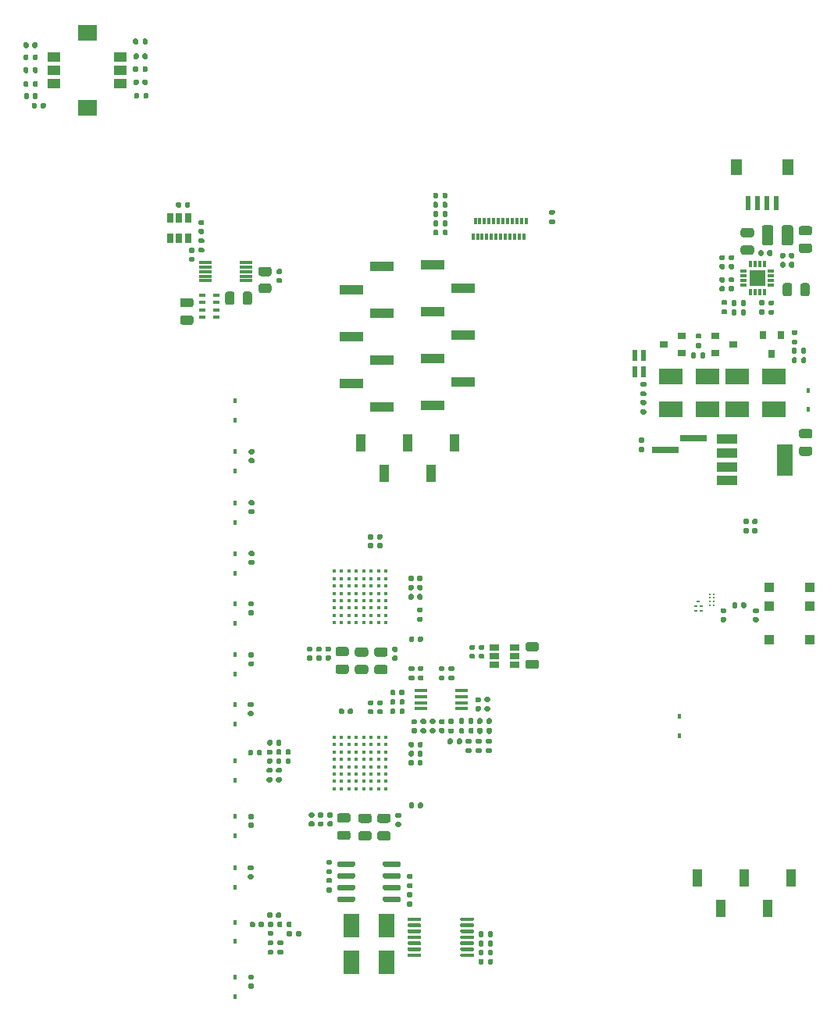
<source format=gbr>
%TF.GenerationSoftware,KiCad,Pcbnew,(5.1.9)-1*%
%TF.CreationDate,2021-07-25T18:06:35+01:00*%
%TF.ProjectId,P205,50323035-2e6b-4696-9361-645f70636258,rev?*%
%TF.SameCoordinates,Original*%
%TF.FileFunction,Paste,Top*%
%TF.FilePolarity,Positive*%
%FSLAX46Y46*%
G04 Gerber Fmt 4.6, Leading zero omitted, Abs format (unit mm)*
G04 Created by KiCad (PCBNEW (5.1.9)-1) date 2021-07-25 18:06:35*
%MOMM*%
%LPD*%
G01*
G04 APERTURE LIST*
%ADD10R,1.760000X1.760000*%
%ADD11R,0.300000X0.800000*%
%ADD12R,0.800000X0.300000*%
%ADD13R,1.000000X1.000000*%
%ADD14R,1.400000X0.300000*%
%ADD15R,2.000000X1.800000*%
%ADD16R,1.350000X1.000000*%
%ADD17C,0.418000*%
%ADD18R,1.000000X1.900000*%
%ADD19R,2.510000X1.000000*%
%ADD20R,1.200000X1.800000*%
%ADD21R,0.600000X1.550000*%
%ADD22R,0.325000X0.250000*%
%ADD23R,0.250000X0.200000*%
%ADD24R,0.650000X1.060000*%
%ADD25R,2.200000X1.000000*%
%ADD26R,1.800000X3.400000*%
%ADD27R,1.060000X0.650000*%
%ADD28R,1.450000X0.450000*%
%ADD29R,0.760000X0.430000*%
%ADD30R,0.800000X0.900000*%
%ADD31R,0.900000X0.800000*%
%ADD32R,0.300000X0.700000*%
%ADD33R,2.500000X1.800000*%
%ADD34R,0.600000X1.200000*%
%ADD35R,0.450000X0.600000*%
%ADD36R,1.800000X2.500000*%
%ADD37R,3.000000X0.650000*%
G04 APERTURE END LIST*
D10*
%TO.C,Z1*%
X247575000Y-45325000D03*
D11*
X246825000Y-43825000D03*
X247325000Y-43825000D03*
X247825000Y-43825000D03*
X248325000Y-43825000D03*
D12*
X249075000Y-44575000D03*
X249075000Y-45075000D03*
X249075000Y-45575000D03*
X249075000Y-46075000D03*
D11*
X248325000Y-46825000D03*
X247825000Y-46825000D03*
X247325000Y-46825000D03*
X246825000Y-46825000D03*
D12*
X246075000Y-46075000D03*
X246075000Y-45575000D03*
X246075000Y-45075000D03*
X246075000Y-44575000D03*
%TD*%
D13*
%TO.C,Y1*%
X253300000Y-78900000D03*
X253300000Y-80900000D03*
X253300000Y-84500000D03*
X248900000Y-84500000D03*
X248900000Y-80900000D03*
X248900000Y-78900000D03*
%TD*%
D14*
%TO.C,U5*%
X192175000Y-43625000D03*
X192175000Y-44125000D03*
X192175000Y-44625000D03*
X192175000Y-45125000D03*
X192175000Y-45625000D03*
X187775000Y-45625000D03*
X187775000Y-45125000D03*
X187775000Y-44625000D03*
X187775000Y-44125000D03*
X187775000Y-43625000D03*
%TD*%
D15*
%TO.C,S1*%
X174925000Y-18750000D03*
X174925000Y-26850000D03*
D16*
X178500000Y-24225000D03*
X178500000Y-22800000D03*
X178500000Y-21375000D03*
X171350000Y-24225000D03*
X171350000Y-22800000D03*
X171350000Y-21375000D03*
%TD*%
D17*
%TO.C,IC2*%
X207300000Y-100700000D03*
X206500000Y-100700000D03*
X205700000Y-100700000D03*
X204900000Y-100700000D03*
X204100000Y-100700000D03*
X203300000Y-100700000D03*
X202500000Y-100700000D03*
X201700000Y-100700000D03*
X207300000Y-99900000D03*
X206500000Y-99900000D03*
X205700000Y-99900000D03*
X204900000Y-99900000D03*
X204100000Y-99900000D03*
X203300000Y-99900000D03*
X202500000Y-99900000D03*
X201700000Y-99900000D03*
X207300000Y-99100000D03*
X206500000Y-99100000D03*
X205700000Y-99100000D03*
X204900000Y-99100000D03*
X204100000Y-99100000D03*
X203300000Y-99100000D03*
X202500000Y-99100000D03*
X201700000Y-99100000D03*
X207300000Y-98300000D03*
X206500000Y-98300000D03*
X205700000Y-98300000D03*
X204900000Y-98300000D03*
X204100000Y-98300000D03*
X203300000Y-98300000D03*
X202500000Y-98300000D03*
X201700000Y-98300000D03*
X207300000Y-97500000D03*
X206500000Y-97500000D03*
X205700000Y-97500000D03*
X204900000Y-97500000D03*
X204100000Y-97500000D03*
X203300000Y-97500000D03*
X202500000Y-97500000D03*
X201700000Y-97500000D03*
X207300000Y-96700000D03*
X206500000Y-96700000D03*
X205700000Y-96700000D03*
X204900000Y-96700000D03*
X204100000Y-96700000D03*
X203300000Y-96700000D03*
X202500000Y-96700000D03*
X201700000Y-96700000D03*
X207300000Y-95900000D03*
X206500000Y-95900000D03*
X205700000Y-95900000D03*
X204900000Y-95900000D03*
X204100000Y-95900000D03*
X203300000Y-95900000D03*
X202500000Y-95900000D03*
X201700000Y-95900000D03*
X207300000Y-95100000D03*
X206500000Y-95100000D03*
X205700000Y-95100000D03*
X204900000Y-95100000D03*
X204100000Y-95100000D03*
X203300000Y-95100000D03*
X202500000Y-95100000D03*
X201700000Y-95100000D03*
%TD*%
%TO.C,IC1*%
X207300000Y-82700000D03*
X206500000Y-82700000D03*
X205700000Y-82700000D03*
X204900000Y-82700000D03*
X204100000Y-82700000D03*
X203300000Y-82700000D03*
X202500000Y-82700000D03*
X201700000Y-82700000D03*
X207300000Y-81900000D03*
X206500000Y-81900000D03*
X205700000Y-81900000D03*
X204900000Y-81900000D03*
X204100000Y-81900000D03*
X203300000Y-81900000D03*
X202500000Y-81900000D03*
X201700000Y-81900000D03*
X207300000Y-81100000D03*
X206500000Y-81100000D03*
X205700000Y-81100000D03*
X204900000Y-81100000D03*
X204100000Y-81100000D03*
X203300000Y-81100000D03*
X202500000Y-81100000D03*
X201700000Y-81100000D03*
X207300000Y-80300000D03*
X206500000Y-80300000D03*
X205700000Y-80300000D03*
X204900000Y-80300000D03*
X204100000Y-80300000D03*
X203300000Y-80300000D03*
X202500000Y-80300000D03*
X201700000Y-80300000D03*
X207300000Y-79500000D03*
X206500000Y-79500000D03*
X205700000Y-79500000D03*
X204900000Y-79500000D03*
X204100000Y-79500000D03*
X203300000Y-79500000D03*
X202500000Y-79500000D03*
X201700000Y-79500000D03*
X207300000Y-78700000D03*
X206500000Y-78700000D03*
X205700000Y-78700000D03*
X204900000Y-78700000D03*
X204100000Y-78700000D03*
X203300000Y-78700000D03*
X202500000Y-78700000D03*
X201700000Y-78700000D03*
X207300000Y-77900000D03*
X206500000Y-77900000D03*
X205700000Y-77900000D03*
X204900000Y-77900000D03*
X204100000Y-77900000D03*
X203300000Y-77900000D03*
X202500000Y-77900000D03*
X201700000Y-77900000D03*
X207300000Y-77100000D03*
X206500000Y-77100000D03*
X205700000Y-77100000D03*
X204900000Y-77100000D03*
X204100000Y-77100000D03*
X203300000Y-77100000D03*
X202500000Y-77100000D03*
X201700000Y-77100000D03*
%TD*%
D18*
%TO.C,J7*%
X214785000Y-63225000D03*
X209705000Y-63225000D03*
X204625000Y-63225000D03*
X212245000Y-66525000D03*
X207165000Y-66525000D03*
%TD*%
%TO.C,J6*%
X251205000Y-110375000D03*
X246125000Y-110375000D03*
X241045000Y-110375000D03*
X248665000Y-113675000D03*
X243585000Y-113675000D03*
%TD*%
%TO.C,R68*%
G36*
G01*
X235210000Y-63185000D02*
X234840000Y-63185000D01*
G75*
G02*
X234705000Y-63050000I0J135000D01*
G01*
X234705000Y-62780000D01*
G75*
G02*
X234840000Y-62645000I135000J0D01*
G01*
X235210000Y-62645000D01*
G75*
G02*
X235345000Y-62780000I0J-135000D01*
G01*
X235345000Y-63050000D01*
G75*
G02*
X235210000Y-63185000I-135000J0D01*
G01*
G37*
G36*
G01*
X235210000Y-64205000D02*
X234840000Y-64205000D01*
G75*
G02*
X234705000Y-64070000I0J135000D01*
G01*
X234705000Y-63800000D01*
G75*
G02*
X234840000Y-63665000I135000J0D01*
G01*
X235210000Y-63665000D01*
G75*
G02*
X235345000Y-63800000I0J-135000D01*
G01*
X235345000Y-64070000D01*
G75*
G02*
X235210000Y-64205000I-135000J0D01*
G01*
G37*
%TD*%
D19*
%TO.C,U9*%
X212390000Y-43860000D03*
X212390000Y-48940000D03*
X212390000Y-54020000D03*
X212390000Y-59100000D03*
X215700000Y-46400000D03*
X215700000Y-51480000D03*
X215700000Y-56560000D03*
%TD*%
%TO.C,J9*%
X206900000Y-59300000D03*
X206900000Y-54220000D03*
X206900000Y-49140000D03*
X206900000Y-44060000D03*
X203590000Y-56760000D03*
X203590000Y-51680000D03*
X203590000Y-46600000D03*
%TD*%
D20*
%TO.C,J2*%
X245300000Y-33325000D03*
X250900000Y-33325000D03*
D21*
X246600000Y-37200000D03*
X247600000Y-37200000D03*
X248600000Y-37200000D03*
X249600000Y-37200000D03*
%TD*%
%TO.C,R84*%
G36*
G01*
X218380000Y-117635000D02*
X218380000Y-117265000D01*
G75*
G02*
X218515000Y-117130000I135000J0D01*
G01*
X218785000Y-117130000D01*
G75*
G02*
X218920000Y-117265000I0J-135000D01*
G01*
X218920000Y-117635000D01*
G75*
G02*
X218785000Y-117770000I-135000J0D01*
G01*
X218515000Y-117770000D01*
G75*
G02*
X218380000Y-117635000I0J135000D01*
G01*
G37*
G36*
G01*
X217360000Y-117635000D02*
X217360000Y-117265000D01*
G75*
G02*
X217495000Y-117130000I135000J0D01*
G01*
X217765000Y-117130000D01*
G75*
G02*
X217900000Y-117265000I0J-135000D01*
G01*
X217900000Y-117635000D01*
G75*
G02*
X217765000Y-117770000I-135000J0D01*
G01*
X217495000Y-117770000D01*
G75*
G02*
X217360000Y-117635000I0J135000D01*
G01*
G37*
%TD*%
%TO.C,R81*%
G36*
G01*
X218380000Y-118635000D02*
X218380000Y-118265000D01*
G75*
G02*
X218515000Y-118130000I135000J0D01*
G01*
X218785000Y-118130000D01*
G75*
G02*
X218920000Y-118265000I0J-135000D01*
G01*
X218920000Y-118635000D01*
G75*
G02*
X218785000Y-118770000I-135000J0D01*
G01*
X218515000Y-118770000D01*
G75*
G02*
X218380000Y-118635000I0J135000D01*
G01*
G37*
G36*
G01*
X217360000Y-118635000D02*
X217360000Y-118265000D01*
G75*
G02*
X217495000Y-118130000I135000J0D01*
G01*
X217765000Y-118130000D01*
G75*
G02*
X217900000Y-118265000I0J-135000D01*
G01*
X217900000Y-118635000D01*
G75*
G02*
X217765000Y-118770000I-135000J0D01*
G01*
X217495000Y-118770000D01*
G75*
G02*
X217360000Y-118635000I0J135000D01*
G01*
G37*
%TD*%
%TO.C,R79*%
G36*
G01*
X217900000Y-116255000D02*
X217900000Y-116625000D01*
G75*
G02*
X217765000Y-116760000I-135000J0D01*
G01*
X217495000Y-116760000D01*
G75*
G02*
X217360000Y-116625000I0J135000D01*
G01*
X217360000Y-116255000D01*
G75*
G02*
X217495000Y-116120000I135000J0D01*
G01*
X217765000Y-116120000D01*
G75*
G02*
X217900000Y-116255000I0J-135000D01*
G01*
G37*
G36*
G01*
X218920000Y-116255000D02*
X218920000Y-116625000D01*
G75*
G02*
X218785000Y-116760000I-135000J0D01*
G01*
X218515000Y-116760000D01*
G75*
G02*
X218380000Y-116625000I0J135000D01*
G01*
X218380000Y-116255000D01*
G75*
G02*
X218515000Y-116120000I135000J0D01*
G01*
X218785000Y-116120000D01*
G75*
G02*
X218920000Y-116255000I0J-135000D01*
G01*
G37*
%TD*%
%TO.C,R73*%
G36*
G01*
X217900000Y-119265000D02*
X217900000Y-119635000D01*
G75*
G02*
X217765000Y-119770000I-135000J0D01*
G01*
X217495000Y-119770000D01*
G75*
G02*
X217360000Y-119635000I0J135000D01*
G01*
X217360000Y-119265000D01*
G75*
G02*
X217495000Y-119130000I135000J0D01*
G01*
X217765000Y-119130000D01*
G75*
G02*
X217900000Y-119265000I0J-135000D01*
G01*
G37*
G36*
G01*
X218920000Y-119265000D02*
X218920000Y-119635000D01*
G75*
G02*
X218785000Y-119770000I-135000J0D01*
G01*
X218515000Y-119770000D01*
G75*
G02*
X218380000Y-119635000I0J135000D01*
G01*
X218380000Y-119265000D01*
G75*
G02*
X218515000Y-119130000I135000J0D01*
G01*
X218785000Y-119130000D01*
G75*
G02*
X218920000Y-119265000I0J-135000D01*
G01*
G37*
%TD*%
D22*
%TO.C,U15*%
X241200000Y-80400000D03*
X240912500Y-80900000D03*
X240912500Y-81400000D03*
X241487500Y-80900000D03*
X241487500Y-81400000D03*
%TD*%
D23*
%TO.C,U14*%
X242450000Y-80800000D03*
X242900000Y-80800000D03*
X242450000Y-80400000D03*
X242900000Y-80400000D03*
X242450000Y-80000000D03*
X242900000Y-80000000D03*
X242450000Y-79600000D03*
X242900000Y-79600000D03*
%TD*%
%TO.C,U12*%
G36*
G01*
X211135000Y-118640000D02*
X211135000Y-118840000D01*
G75*
G02*
X211035000Y-118940000I-100000J0D01*
G01*
X209760000Y-118940000D01*
G75*
G02*
X209660000Y-118840000I0J100000D01*
G01*
X209660000Y-118640000D01*
G75*
G02*
X209760000Y-118540000I100000J0D01*
G01*
X211035000Y-118540000D01*
G75*
G02*
X211135000Y-118640000I0J-100000D01*
G01*
G37*
G36*
G01*
X211135000Y-117990000D02*
X211135000Y-118190000D01*
G75*
G02*
X211035000Y-118290000I-100000J0D01*
G01*
X209760000Y-118290000D01*
G75*
G02*
X209660000Y-118190000I0J100000D01*
G01*
X209660000Y-117990000D01*
G75*
G02*
X209760000Y-117890000I100000J0D01*
G01*
X211035000Y-117890000D01*
G75*
G02*
X211135000Y-117990000I0J-100000D01*
G01*
G37*
G36*
G01*
X211135000Y-117340000D02*
X211135000Y-117540000D01*
G75*
G02*
X211035000Y-117640000I-100000J0D01*
G01*
X209760000Y-117640000D01*
G75*
G02*
X209660000Y-117540000I0J100000D01*
G01*
X209660000Y-117340000D01*
G75*
G02*
X209760000Y-117240000I100000J0D01*
G01*
X211035000Y-117240000D01*
G75*
G02*
X211135000Y-117340000I0J-100000D01*
G01*
G37*
G36*
G01*
X211135000Y-116690000D02*
X211135000Y-116890000D01*
G75*
G02*
X211035000Y-116990000I-100000J0D01*
G01*
X209760000Y-116990000D01*
G75*
G02*
X209660000Y-116890000I0J100000D01*
G01*
X209660000Y-116690000D01*
G75*
G02*
X209760000Y-116590000I100000J0D01*
G01*
X211035000Y-116590000D01*
G75*
G02*
X211135000Y-116690000I0J-100000D01*
G01*
G37*
G36*
G01*
X211135000Y-116040000D02*
X211135000Y-116240000D01*
G75*
G02*
X211035000Y-116340000I-100000J0D01*
G01*
X209760000Y-116340000D01*
G75*
G02*
X209660000Y-116240000I0J100000D01*
G01*
X209660000Y-116040000D01*
G75*
G02*
X209760000Y-115940000I100000J0D01*
G01*
X211035000Y-115940000D01*
G75*
G02*
X211135000Y-116040000I0J-100000D01*
G01*
G37*
G36*
G01*
X211135000Y-115390000D02*
X211135000Y-115590000D01*
G75*
G02*
X211035000Y-115690000I-100000J0D01*
G01*
X209760000Y-115690000D01*
G75*
G02*
X209660000Y-115590000I0J100000D01*
G01*
X209660000Y-115390000D01*
G75*
G02*
X209760000Y-115290000I100000J0D01*
G01*
X211035000Y-115290000D01*
G75*
G02*
X211135000Y-115390000I0J-100000D01*
G01*
G37*
G36*
G01*
X211135000Y-114740000D02*
X211135000Y-114940000D01*
G75*
G02*
X211035000Y-115040000I-100000J0D01*
G01*
X209760000Y-115040000D01*
G75*
G02*
X209660000Y-114940000I0J100000D01*
G01*
X209660000Y-114740000D01*
G75*
G02*
X209760000Y-114640000I100000J0D01*
G01*
X211035000Y-114640000D01*
G75*
G02*
X211135000Y-114740000I0J-100000D01*
G01*
G37*
G36*
G01*
X216860000Y-114740000D02*
X216860000Y-114940000D01*
G75*
G02*
X216760000Y-115040000I-100000J0D01*
G01*
X215485000Y-115040000D01*
G75*
G02*
X215385000Y-114940000I0J100000D01*
G01*
X215385000Y-114740000D01*
G75*
G02*
X215485000Y-114640000I100000J0D01*
G01*
X216760000Y-114640000D01*
G75*
G02*
X216860000Y-114740000I0J-100000D01*
G01*
G37*
G36*
G01*
X216860000Y-115390000D02*
X216860000Y-115590000D01*
G75*
G02*
X216760000Y-115690000I-100000J0D01*
G01*
X215485000Y-115690000D01*
G75*
G02*
X215385000Y-115590000I0J100000D01*
G01*
X215385000Y-115390000D01*
G75*
G02*
X215485000Y-115290000I100000J0D01*
G01*
X216760000Y-115290000D01*
G75*
G02*
X216860000Y-115390000I0J-100000D01*
G01*
G37*
G36*
G01*
X216860000Y-116040000D02*
X216860000Y-116240000D01*
G75*
G02*
X216760000Y-116340000I-100000J0D01*
G01*
X215485000Y-116340000D01*
G75*
G02*
X215385000Y-116240000I0J100000D01*
G01*
X215385000Y-116040000D01*
G75*
G02*
X215485000Y-115940000I100000J0D01*
G01*
X216760000Y-115940000D01*
G75*
G02*
X216860000Y-116040000I0J-100000D01*
G01*
G37*
G36*
G01*
X216860000Y-116690000D02*
X216860000Y-116890000D01*
G75*
G02*
X216760000Y-116990000I-100000J0D01*
G01*
X215485000Y-116990000D01*
G75*
G02*
X215385000Y-116890000I0J100000D01*
G01*
X215385000Y-116690000D01*
G75*
G02*
X215485000Y-116590000I100000J0D01*
G01*
X216760000Y-116590000D01*
G75*
G02*
X216860000Y-116690000I0J-100000D01*
G01*
G37*
G36*
G01*
X216860000Y-117340000D02*
X216860000Y-117540000D01*
G75*
G02*
X216760000Y-117640000I-100000J0D01*
G01*
X215485000Y-117640000D01*
G75*
G02*
X215385000Y-117540000I0J100000D01*
G01*
X215385000Y-117340000D01*
G75*
G02*
X215485000Y-117240000I100000J0D01*
G01*
X216760000Y-117240000D01*
G75*
G02*
X216860000Y-117340000I0J-100000D01*
G01*
G37*
G36*
G01*
X216860000Y-117990000D02*
X216860000Y-118190000D01*
G75*
G02*
X216760000Y-118290000I-100000J0D01*
G01*
X215485000Y-118290000D01*
G75*
G02*
X215385000Y-118190000I0J100000D01*
G01*
X215385000Y-117990000D01*
G75*
G02*
X215485000Y-117890000I100000J0D01*
G01*
X216760000Y-117890000D01*
G75*
G02*
X216860000Y-117990000I0J-100000D01*
G01*
G37*
G36*
G01*
X216860000Y-118640000D02*
X216860000Y-118840000D01*
G75*
G02*
X216760000Y-118940000I-100000J0D01*
G01*
X215485000Y-118940000D01*
G75*
G02*
X215385000Y-118840000I0J100000D01*
G01*
X215385000Y-118640000D01*
G75*
G02*
X215485000Y-118540000I100000J0D01*
G01*
X216760000Y-118540000D01*
G75*
G02*
X216860000Y-118640000I0J-100000D01*
G01*
G37*
%TD*%
D24*
%TO.C,U6*%
X184900000Y-41000000D03*
X185850000Y-41000000D03*
X183950000Y-41000000D03*
X183950000Y-38800000D03*
X184900000Y-38800000D03*
X185850000Y-38800000D03*
%TD*%
%TO.C,U4*%
G36*
G01*
X206975000Y-109000000D02*
X206975000Y-108700000D01*
G75*
G02*
X207125000Y-108550000I150000J0D01*
G01*
X208775000Y-108550000D01*
G75*
G02*
X208925000Y-108700000I0J-150000D01*
G01*
X208925000Y-109000000D01*
G75*
G02*
X208775000Y-109150000I-150000J0D01*
G01*
X207125000Y-109150000D01*
G75*
G02*
X206975000Y-109000000I0J150000D01*
G01*
G37*
G36*
G01*
X206975000Y-110270000D02*
X206975000Y-109970000D01*
G75*
G02*
X207125000Y-109820000I150000J0D01*
G01*
X208775000Y-109820000D01*
G75*
G02*
X208925000Y-109970000I0J-150000D01*
G01*
X208925000Y-110270000D01*
G75*
G02*
X208775000Y-110420000I-150000J0D01*
G01*
X207125000Y-110420000D01*
G75*
G02*
X206975000Y-110270000I0J150000D01*
G01*
G37*
G36*
G01*
X206975000Y-111540000D02*
X206975000Y-111240000D01*
G75*
G02*
X207125000Y-111090000I150000J0D01*
G01*
X208775000Y-111090000D01*
G75*
G02*
X208925000Y-111240000I0J-150000D01*
G01*
X208925000Y-111540000D01*
G75*
G02*
X208775000Y-111690000I-150000J0D01*
G01*
X207125000Y-111690000D01*
G75*
G02*
X206975000Y-111540000I0J150000D01*
G01*
G37*
G36*
G01*
X206975000Y-112810000D02*
X206975000Y-112510000D01*
G75*
G02*
X207125000Y-112360000I150000J0D01*
G01*
X208775000Y-112360000D01*
G75*
G02*
X208925000Y-112510000I0J-150000D01*
G01*
X208925000Y-112810000D01*
G75*
G02*
X208775000Y-112960000I-150000J0D01*
G01*
X207125000Y-112960000D01*
G75*
G02*
X206975000Y-112810000I0J150000D01*
G01*
G37*
G36*
G01*
X202025000Y-112810000D02*
X202025000Y-112510000D01*
G75*
G02*
X202175000Y-112360000I150000J0D01*
G01*
X203825000Y-112360000D01*
G75*
G02*
X203975000Y-112510000I0J-150000D01*
G01*
X203975000Y-112810000D01*
G75*
G02*
X203825000Y-112960000I-150000J0D01*
G01*
X202175000Y-112960000D01*
G75*
G02*
X202025000Y-112810000I0J150000D01*
G01*
G37*
G36*
G01*
X202025000Y-111540000D02*
X202025000Y-111240000D01*
G75*
G02*
X202175000Y-111090000I150000J0D01*
G01*
X203825000Y-111090000D01*
G75*
G02*
X203975000Y-111240000I0J-150000D01*
G01*
X203975000Y-111540000D01*
G75*
G02*
X203825000Y-111690000I-150000J0D01*
G01*
X202175000Y-111690000D01*
G75*
G02*
X202025000Y-111540000I0J150000D01*
G01*
G37*
G36*
G01*
X202025000Y-110270000D02*
X202025000Y-109970000D01*
G75*
G02*
X202175000Y-109820000I150000J0D01*
G01*
X203825000Y-109820000D01*
G75*
G02*
X203975000Y-109970000I0J-150000D01*
G01*
X203975000Y-110270000D01*
G75*
G02*
X203825000Y-110420000I-150000J0D01*
G01*
X202175000Y-110420000D01*
G75*
G02*
X202025000Y-110270000I0J150000D01*
G01*
G37*
G36*
G01*
X202025000Y-109000000D02*
X202025000Y-108700000D01*
G75*
G02*
X202175000Y-108550000I150000J0D01*
G01*
X203825000Y-108550000D01*
G75*
G02*
X203975000Y-108700000I0J-150000D01*
G01*
X203975000Y-109000000D01*
G75*
G02*
X203825000Y-109150000I-150000J0D01*
G01*
X202175000Y-109150000D01*
G75*
G02*
X202025000Y-109000000I0J150000D01*
G01*
G37*
%TD*%
D25*
%TO.C,U3*%
X244275000Y-62800000D03*
X244275000Y-65800000D03*
D26*
X250575000Y-65050000D03*
D25*
X244275000Y-64300000D03*
X244275000Y-67300000D03*
%TD*%
D27*
%TO.C,U2*%
X221250000Y-86325000D03*
X221250000Y-85375000D03*
X221250000Y-87275000D03*
X219050000Y-87275000D03*
X219050000Y-86325000D03*
X219050000Y-85375000D03*
%TD*%
D28*
%TO.C,U1*%
X211080000Y-92010000D03*
X211080000Y-91360000D03*
X211080000Y-90710000D03*
X211080000Y-90060000D03*
X215480000Y-90060000D03*
X215480000Y-90710000D03*
X215480000Y-91360000D03*
X215480000Y-92010000D03*
%TD*%
D29*
%TO.C,RN1*%
X187440000Y-49600000D03*
X187440000Y-47200000D03*
X188960000Y-47200000D03*
X188960000Y-49600000D03*
X187440000Y-48000000D03*
X188960000Y-48000000D03*
X187440000Y-48800000D03*
X188960000Y-48800000D03*
%TD*%
%TO.C,R105*%
G36*
G01*
X245805000Y-49260000D02*
X245805000Y-48890000D01*
G75*
G02*
X245940000Y-48755000I135000J0D01*
G01*
X246210000Y-48755000D01*
G75*
G02*
X246345000Y-48890000I0J-135000D01*
G01*
X246345000Y-49260000D01*
G75*
G02*
X246210000Y-49395000I-135000J0D01*
G01*
X245940000Y-49395000D01*
G75*
G02*
X245805000Y-49260000I0J135000D01*
G01*
G37*
G36*
G01*
X244785000Y-49260000D02*
X244785000Y-48890000D01*
G75*
G02*
X244920000Y-48755000I135000J0D01*
G01*
X245190000Y-48755000D01*
G75*
G02*
X245325000Y-48890000I0J-135000D01*
G01*
X245325000Y-49260000D01*
G75*
G02*
X245190000Y-49395000I-135000J0D01*
G01*
X244920000Y-49395000D01*
G75*
G02*
X244785000Y-49260000I0J135000D01*
G01*
G37*
%TD*%
%TO.C,R104*%
G36*
G01*
X212195000Y-94140000D02*
X212565000Y-94140000D01*
G75*
G02*
X212700000Y-94275000I0J-135000D01*
G01*
X212700000Y-94545000D01*
G75*
G02*
X212565000Y-94680000I-135000J0D01*
G01*
X212195000Y-94680000D01*
G75*
G02*
X212060000Y-94545000I0J135000D01*
G01*
X212060000Y-94275000D01*
G75*
G02*
X212195000Y-94140000I135000J0D01*
G01*
G37*
G36*
G01*
X212195000Y-93120000D02*
X212565000Y-93120000D01*
G75*
G02*
X212700000Y-93255000I0J-135000D01*
G01*
X212700000Y-93525000D01*
G75*
G02*
X212565000Y-93660000I-135000J0D01*
G01*
X212195000Y-93660000D01*
G75*
G02*
X212060000Y-93525000I0J135000D01*
G01*
X212060000Y-93255000D01*
G75*
G02*
X212195000Y-93120000I135000J0D01*
G01*
G37*
%TD*%
%TO.C,R103*%
G36*
G01*
X214565000Y-93670000D02*
X214195000Y-93670000D01*
G75*
G02*
X214060000Y-93535000I0J135000D01*
G01*
X214060000Y-93265000D01*
G75*
G02*
X214195000Y-93130000I135000J0D01*
G01*
X214565000Y-93130000D01*
G75*
G02*
X214700000Y-93265000I0J-135000D01*
G01*
X214700000Y-93535000D01*
G75*
G02*
X214565000Y-93670000I-135000J0D01*
G01*
G37*
G36*
G01*
X214565000Y-94690000D02*
X214195000Y-94690000D01*
G75*
G02*
X214060000Y-94555000I0J135000D01*
G01*
X214060000Y-94285000D01*
G75*
G02*
X214195000Y-94150000I135000J0D01*
G01*
X214565000Y-94150000D01*
G75*
G02*
X214700000Y-94285000I0J-135000D01*
G01*
X214700000Y-94555000D01*
G75*
G02*
X214565000Y-94690000I-135000J0D01*
G01*
G37*
%TD*%
%TO.C,R102*%
G36*
G01*
X196070000Y-115215000D02*
X196070000Y-115585000D01*
G75*
G02*
X195935000Y-115720000I-135000J0D01*
G01*
X195665000Y-115720000D01*
G75*
G02*
X195530000Y-115585000I0J135000D01*
G01*
X195530000Y-115215000D01*
G75*
G02*
X195665000Y-115080000I135000J0D01*
G01*
X195935000Y-115080000D01*
G75*
G02*
X196070000Y-115215000I0J-135000D01*
G01*
G37*
G36*
G01*
X197090000Y-115215000D02*
X197090000Y-115585000D01*
G75*
G02*
X196955000Y-115720000I-135000J0D01*
G01*
X196685000Y-115720000D01*
G75*
G02*
X196550000Y-115585000I0J135000D01*
G01*
X196550000Y-115215000D01*
G75*
G02*
X196685000Y-115080000I135000J0D01*
G01*
X196955000Y-115080000D01*
G75*
G02*
X197090000Y-115215000I0J-135000D01*
G01*
G37*
%TD*%
%TO.C,R101*%
G36*
G01*
X196450000Y-96885000D02*
X196450000Y-96515000D01*
G75*
G02*
X196585000Y-96380000I135000J0D01*
G01*
X196855000Y-96380000D01*
G75*
G02*
X196990000Y-96515000I0J-135000D01*
G01*
X196990000Y-96885000D01*
G75*
G02*
X196855000Y-97020000I-135000J0D01*
G01*
X196585000Y-97020000D01*
G75*
G02*
X196450000Y-96885000I0J135000D01*
G01*
G37*
G36*
G01*
X195430000Y-96885000D02*
X195430000Y-96515000D01*
G75*
G02*
X195565000Y-96380000I135000J0D01*
G01*
X195835000Y-96380000D01*
G75*
G02*
X195970000Y-96515000I0J-135000D01*
G01*
X195970000Y-96885000D01*
G75*
G02*
X195835000Y-97020000I-135000J0D01*
G01*
X195565000Y-97020000D01*
G75*
G02*
X195430000Y-96885000I0J135000D01*
G01*
G37*
%TD*%
%TO.C,R100*%
G36*
G01*
X251845000Y-53040000D02*
X251845000Y-53410000D01*
G75*
G02*
X251710000Y-53545000I-135000J0D01*
G01*
X251440000Y-53545000D01*
G75*
G02*
X251305000Y-53410000I0J135000D01*
G01*
X251305000Y-53040000D01*
G75*
G02*
X251440000Y-52905000I135000J0D01*
G01*
X251710000Y-52905000D01*
G75*
G02*
X251845000Y-53040000I0J-135000D01*
G01*
G37*
G36*
G01*
X252865000Y-53040000D02*
X252865000Y-53410000D01*
G75*
G02*
X252730000Y-53545000I-135000J0D01*
G01*
X252460000Y-53545000D01*
G75*
G02*
X252325000Y-53410000I0J135000D01*
G01*
X252325000Y-53040000D01*
G75*
G02*
X252460000Y-52905000I135000J0D01*
G01*
X252730000Y-52905000D01*
G75*
G02*
X252865000Y-53040000I0J-135000D01*
G01*
G37*
%TD*%
%TO.C,R82*%
G36*
G01*
X245325000Y-47840000D02*
X245325000Y-48210000D01*
G75*
G02*
X245190000Y-48345000I-135000J0D01*
G01*
X244920000Y-48345000D01*
G75*
G02*
X244785000Y-48210000I0J135000D01*
G01*
X244785000Y-47840000D01*
G75*
G02*
X244920000Y-47705000I135000J0D01*
G01*
X245190000Y-47705000D01*
G75*
G02*
X245325000Y-47840000I0J-135000D01*
G01*
G37*
G36*
G01*
X246345000Y-47840000D02*
X246345000Y-48210000D01*
G75*
G02*
X246210000Y-48345000I-135000J0D01*
G01*
X245940000Y-48345000D01*
G75*
G02*
X245805000Y-48210000I0J135000D01*
G01*
X245805000Y-47840000D01*
G75*
G02*
X245940000Y-47705000I135000J0D01*
G01*
X246210000Y-47705000D01*
G75*
G02*
X246345000Y-47840000I0J-135000D01*
G01*
G37*
%TD*%
%TO.C,R80*%
G36*
G01*
X248910000Y-48775000D02*
X249280000Y-48775000D01*
G75*
G02*
X249415000Y-48910000I0J-135000D01*
G01*
X249415000Y-49180000D01*
G75*
G02*
X249280000Y-49315000I-135000J0D01*
G01*
X248910000Y-49315000D01*
G75*
G02*
X248775000Y-49180000I0J135000D01*
G01*
X248775000Y-48910000D01*
G75*
G02*
X248910000Y-48775000I135000J0D01*
G01*
G37*
G36*
G01*
X248910000Y-47755000D02*
X249280000Y-47755000D01*
G75*
G02*
X249415000Y-47890000I0J-135000D01*
G01*
X249415000Y-48160000D01*
G75*
G02*
X249280000Y-48295000I-135000J0D01*
G01*
X248910000Y-48295000D01*
G75*
G02*
X248775000Y-48160000I0J135000D01*
G01*
X248775000Y-47890000D01*
G75*
G02*
X248910000Y-47755000I135000J0D01*
G01*
G37*
%TD*%
%TO.C,R71*%
G36*
G01*
X180550000Y-25390000D02*
X180550000Y-25760000D01*
G75*
G02*
X180415000Y-25895000I-135000J0D01*
G01*
X180145000Y-25895000D01*
G75*
G02*
X180010000Y-25760000I0J135000D01*
G01*
X180010000Y-25390000D01*
G75*
G02*
X180145000Y-25255000I135000J0D01*
G01*
X180415000Y-25255000D01*
G75*
G02*
X180550000Y-25390000I0J-135000D01*
G01*
G37*
G36*
G01*
X181570000Y-25390000D02*
X181570000Y-25760000D01*
G75*
G02*
X181435000Y-25895000I-135000J0D01*
G01*
X181165000Y-25895000D01*
G75*
G02*
X181030000Y-25760000I0J135000D01*
G01*
X181030000Y-25390000D01*
G75*
G02*
X181165000Y-25255000I135000J0D01*
G01*
X181435000Y-25255000D01*
G75*
G02*
X181570000Y-25390000I0J-135000D01*
G01*
G37*
%TD*%
%TO.C,R70*%
G36*
G01*
X180450000Y-19515000D02*
X180450000Y-19885000D01*
G75*
G02*
X180315000Y-20020000I-135000J0D01*
G01*
X180045000Y-20020000D01*
G75*
G02*
X179910000Y-19885000I0J135000D01*
G01*
X179910000Y-19515000D01*
G75*
G02*
X180045000Y-19380000I135000J0D01*
G01*
X180315000Y-19380000D01*
G75*
G02*
X180450000Y-19515000I0J-135000D01*
G01*
G37*
G36*
G01*
X181470000Y-19515000D02*
X181470000Y-19885000D01*
G75*
G02*
X181335000Y-20020000I-135000J0D01*
G01*
X181065000Y-20020000D01*
G75*
G02*
X180930000Y-19885000I0J135000D01*
G01*
X180930000Y-19515000D01*
G75*
G02*
X181065000Y-19380000I135000J0D01*
G01*
X181335000Y-19380000D01*
G75*
G02*
X181470000Y-19515000I0J-135000D01*
G01*
G37*
%TD*%
%TO.C,R69*%
G36*
G01*
X168550000Y-24115000D02*
X168550000Y-24485000D01*
G75*
G02*
X168415000Y-24620000I-135000J0D01*
G01*
X168145000Y-24620000D01*
G75*
G02*
X168010000Y-24485000I0J135000D01*
G01*
X168010000Y-24115000D01*
G75*
G02*
X168145000Y-23980000I135000J0D01*
G01*
X168415000Y-23980000D01*
G75*
G02*
X168550000Y-24115000I0J-135000D01*
G01*
G37*
G36*
G01*
X169570000Y-24115000D02*
X169570000Y-24485000D01*
G75*
G02*
X169435000Y-24620000I-135000J0D01*
G01*
X169165000Y-24620000D01*
G75*
G02*
X169030000Y-24485000I0J135000D01*
G01*
X169030000Y-24115000D01*
G75*
G02*
X169165000Y-23980000I135000J0D01*
G01*
X169435000Y-23980000D01*
G75*
G02*
X169570000Y-24115000I0J-135000D01*
G01*
G37*
%TD*%
%TO.C,R67*%
G36*
G01*
X168560000Y-22615000D02*
X168560000Y-22985000D01*
G75*
G02*
X168425000Y-23120000I-135000J0D01*
G01*
X168155000Y-23120000D01*
G75*
G02*
X168020000Y-22985000I0J135000D01*
G01*
X168020000Y-22615000D01*
G75*
G02*
X168155000Y-22480000I135000J0D01*
G01*
X168425000Y-22480000D01*
G75*
G02*
X168560000Y-22615000I0J-135000D01*
G01*
G37*
G36*
G01*
X169580000Y-22615000D02*
X169580000Y-22985000D01*
G75*
G02*
X169445000Y-23120000I-135000J0D01*
G01*
X169175000Y-23120000D01*
G75*
G02*
X169040000Y-22985000I0J135000D01*
G01*
X169040000Y-22615000D01*
G75*
G02*
X169175000Y-22480000I135000J0D01*
G01*
X169445000Y-22480000D01*
G75*
G02*
X169580000Y-22615000I0J-135000D01*
G01*
G37*
%TD*%
%TO.C,R66*%
G36*
G01*
X168560000Y-21215000D02*
X168560000Y-21585000D01*
G75*
G02*
X168425000Y-21720000I-135000J0D01*
G01*
X168155000Y-21720000D01*
G75*
G02*
X168020000Y-21585000I0J135000D01*
G01*
X168020000Y-21215000D01*
G75*
G02*
X168155000Y-21080000I135000J0D01*
G01*
X168425000Y-21080000D01*
G75*
G02*
X168560000Y-21215000I0J-135000D01*
G01*
G37*
G36*
G01*
X169580000Y-21215000D02*
X169580000Y-21585000D01*
G75*
G02*
X169445000Y-21720000I-135000J0D01*
G01*
X169175000Y-21720000D01*
G75*
G02*
X169040000Y-21585000I0J135000D01*
G01*
X169040000Y-21215000D01*
G75*
G02*
X169175000Y-21080000I135000J0D01*
G01*
X169445000Y-21080000D01*
G75*
G02*
X169580000Y-21215000I0J-135000D01*
G01*
G37*
%TD*%
%TO.C,R65*%
G36*
G01*
X235040000Y-59575000D02*
X235410000Y-59575000D01*
G75*
G02*
X235545000Y-59710000I0J-135000D01*
G01*
X235545000Y-59980000D01*
G75*
G02*
X235410000Y-60115000I-135000J0D01*
G01*
X235040000Y-60115000D01*
G75*
G02*
X234905000Y-59980000I0J135000D01*
G01*
X234905000Y-59710000D01*
G75*
G02*
X235040000Y-59575000I135000J0D01*
G01*
G37*
G36*
G01*
X235040000Y-58555000D02*
X235410000Y-58555000D01*
G75*
G02*
X235545000Y-58690000I0J-135000D01*
G01*
X235545000Y-58960000D01*
G75*
G02*
X235410000Y-59095000I-135000J0D01*
G01*
X235040000Y-59095000D01*
G75*
G02*
X234905000Y-58960000I0J135000D01*
G01*
X234905000Y-58690000D01*
G75*
G02*
X235040000Y-58555000I135000J0D01*
G01*
G37*
%TD*%
%TO.C,R64*%
G36*
G01*
X235040000Y-57615000D02*
X235410000Y-57615000D01*
G75*
G02*
X235545000Y-57750000I0J-135000D01*
G01*
X235545000Y-58020000D01*
G75*
G02*
X235410000Y-58155000I-135000J0D01*
G01*
X235040000Y-58155000D01*
G75*
G02*
X234905000Y-58020000I0J135000D01*
G01*
X234905000Y-57750000D01*
G75*
G02*
X235040000Y-57615000I135000J0D01*
G01*
G37*
G36*
G01*
X235040000Y-56595000D02*
X235410000Y-56595000D01*
G75*
G02*
X235545000Y-56730000I0J-135000D01*
G01*
X235545000Y-57000000D01*
G75*
G02*
X235410000Y-57135000I-135000J0D01*
G01*
X235040000Y-57135000D01*
G75*
G02*
X234905000Y-57000000I0J135000D01*
G01*
X234905000Y-56730000D01*
G75*
G02*
X235040000Y-56595000I135000J0D01*
G01*
G37*
%TD*%
%TO.C,R62*%
G36*
G01*
X241385000Y-51895000D02*
X241015000Y-51895000D01*
G75*
G02*
X240880000Y-51760000I0J135000D01*
G01*
X240880000Y-51490000D01*
G75*
G02*
X241015000Y-51355000I135000J0D01*
G01*
X241385000Y-51355000D01*
G75*
G02*
X241520000Y-51490000I0J-135000D01*
G01*
X241520000Y-51760000D01*
G75*
G02*
X241385000Y-51895000I-135000J0D01*
G01*
G37*
G36*
G01*
X241385000Y-52915000D02*
X241015000Y-52915000D01*
G75*
G02*
X240880000Y-52780000I0J135000D01*
G01*
X240880000Y-52510000D01*
G75*
G02*
X241015000Y-52375000I135000J0D01*
G01*
X241385000Y-52375000D01*
G75*
G02*
X241520000Y-52510000I0J-135000D01*
G01*
X241520000Y-52780000D01*
G75*
G02*
X241385000Y-52915000I-135000J0D01*
G01*
G37*
%TD*%
%TO.C,R61*%
G36*
G01*
X240950000Y-53540000D02*
X240950000Y-53910000D01*
G75*
G02*
X240815000Y-54045000I-135000J0D01*
G01*
X240545000Y-54045000D01*
G75*
G02*
X240410000Y-53910000I0J135000D01*
G01*
X240410000Y-53540000D01*
G75*
G02*
X240545000Y-53405000I135000J0D01*
G01*
X240815000Y-53405000D01*
G75*
G02*
X240950000Y-53540000I0J-135000D01*
G01*
G37*
G36*
G01*
X241970000Y-53540000D02*
X241970000Y-53910000D01*
G75*
G02*
X241835000Y-54045000I-135000J0D01*
G01*
X241565000Y-54045000D01*
G75*
G02*
X241430000Y-53910000I0J135000D01*
G01*
X241430000Y-53540000D01*
G75*
G02*
X241565000Y-53405000I135000J0D01*
G01*
X241835000Y-53405000D01*
G75*
G02*
X241970000Y-53540000I0J-135000D01*
G01*
G37*
%TD*%
%TO.C,R60*%
G36*
G01*
X247890000Y-48765000D02*
X248260000Y-48765000D01*
G75*
G02*
X248395000Y-48900000I0J-135000D01*
G01*
X248395000Y-49170000D01*
G75*
G02*
X248260000Y-49305000I-135000J0D01*
G01*
X247890000Y-49305000D01*
G75*
G02*
X247755000Y-49170000I0J135000D01*
G01*
X247755000Y-48900000D01*
G75*
G02*
X247890000Y-48765000I135000J0D01*
G01*
G37*
G36*
G01*
X247890000Y-47745000D02*
X248260000Y-47745000D01*
G75*
G02*
X248395000Y-47880000I0J-135000D01*
G01*
X248395000Y-48150000D01*
G75*
G02*
X248260000Y-48285000I-135000J0D01*
G01*
X247890000Y-48285000D01*
G75*
G02*
X247755000Y-48150000I0J135000D01*
G01*
X247755000Y-47880000D01*
G75*
G02*
X247890000Y-47745000I135000J0D01*
G01*
G37*
%TD*%
%TO.C,R59*%
G36*
G01*
X243815000Y-48730001D02*
X244185000Y-48730001D01*
G75*
G02*
X244320000Y-48865001I0J-135000D01*
G01*
X244320000Y-49135001D01*
G75*
G02*
X244185000Y-49270001I-135000J0D01*
G01*
X243815000Y-49270001D01*
G75*
G02*
X243680000Y-49135001I0J135000D01*
G01*
X243680000Y-48865001D01*
G75*
G02*
X243815000Y-48730001I135000J0D01*
G01*
G37*
G36*
G01*
X243815000Y-47710001D02*
X244185000Y-47710001D01*
G75*
G02*
X244320000Y-47845001I0J-135000D01*
G01*
X244320000Y-48115001D01*
G75*
G02*
X244185000Y-48250001I-135000J0D01*
G01*
X243815000Y-48250001D01*
G75*
G02*
X243680000Y-48115001I0J135000D01*
G01*
X243680000Y-47845001D01*
G75*
G02*
X243815000Y-47710001I135000J0D01*
G01*
G37*
%TD*%
%TO.C,R57*%
G36*
G01*
X187115000Y-42040000D02*
X187485000Y-42040000D01*
G75*
G02*
X187620000Y-42175000I0J-135000D01*
G01*
X187620000Y-42445000D01*
G75*
G02*
X187485000Y-42580000I-135000J0D01*
G01*
X187115000Y-42580000D01*
G75*
G02*
X186980000Y-42445000I0J135000D01*
G01*
X186980000Y-42175000D01*
G75*
G02*
X187115000Y-42040000I135000J0D01*
G01*
G37*
G36*
G01*
X187115000Y-41020000D02*
X187485000Y-41020000D01*
G75*
G02*
X187620000Y-41155000I0J-135000D01*
G01*
X187620000Y-41425000D01*
G75*
G02*
X187485000Y-41560000I-135000J0D01*
G01*
X187115000Y-41560000D01*
G75*
G02*
X186980000Y-41425000I0J135000D01*
G01*
X186980000Y-41155000D01*
G75*
G02*
X187115000Y-41020000I135000J0D01*
G01*
G37*
%TD*%
%TO.C,R56*%
G36*
G01*
X217195000Y-96290000D02*
X217565000Y-96290000D01*
G75*
G02*
X217700000Y-96425000I0J-135000D01*
G01*
X217700000Y-96695000D01*
G75*
G02*
X217565000Y-96830000I-135000J0D01*
G01*
X217195000Y-96830000D01*
G75*
G02*
X217060000Y-96695000I0J135000D01*
G01*
X217060000Y-96425000D01*
G75*
G02*
X217195000Y-96290000I135000J0D01*
G01*
G37*
G36*
G01*
X217195000Y-95270000D02*
X217565000Y-95270000D01*
G75*
G02*
X217700000Y-95405000I0J-135000D01*
G01*
X217700000Y-95675000D01*
G75*
G02*
X217565000Y-95810000I-135000J0D01*
G01*
X217195000Y-95810000D01*
G75*
G02*
X217060000Y-95675000I0J135000D01*
G01*
X217060000Y-95405000D01*
G75*
G02*
X217195000Y-95270000I135000J0D01*
G01*
G37*
%TD*%
%TO.C,R55*%
G36*
G01*
X216095000Y-96290000D02*
X216465000Y-96290000D01*
G75*
G02*
X216600000Y-96425000I0J-135000D01*
G01*
X216600000Y-96695000D01*
G75*
G02*
X216465000Y-96830000I-135000J0D01*
G01*
X216095000Y-96830000D01*
G75*
G02*
X215960000Y-96695000I0J135000D01*
G01*
X215960000Y-96425000D01*
G75*
G02*
X216095000Y-96290000I135000J0D01*
G01*
G37*
G36*
G01*
X216095000Y-95270000D02*
X216465000Y-95270000D01*
G75*
G02*
X216600000Y-95405000I0J-135000D01*
G01*
X216600000Y-95675000D01*
G75*
G02*
X216465000Y-95810000I-135000J0D01*
G01*
X216095000Y-95810000D01*
G75*
G02*
X215960000Y-95675000I0J135000D01*
G01*
X215960000Y-95405000D01*
G75*
G02*
X216095000Y-95270000I135000J0D01*
G01*
G37*
%TD*%
%TO.C,R54*%
G36*
G01*
X218295000Y-96310000D02*
X218665000Y-96310000D01*
G75*
G02*
X218800000Y-96445000I0J-135000D01*
G01*
X218800000Y-96715000D01*
G75*
G02*
X218665000Y-96850000I-135000J0D01*
G01*
X218295000Y-96850000D01*
G75*
G02*
X218160000Y-96715000I0J135000D01*
G01*
X218160000Y-96445000D01*
G75*
G02*
X218295000Y-96310000I135000J0D01*
G01*
G37*
G36*
G01*
X218295000Y-95290000D02*
X218665000Y-95290000D01*
G75*
G02*
X218800000Y-95425000I0J-135000D01*
G01*
X218800000Y-95695000D01*
G75*
G02*
X218665000Y-95830000I-135000J0D01*
G01*
X218295000Y-95830000D01*
G75*
G02*
X218160000Y-95695000I0J135000D01*
G01*
X218160000Y-95425000D01*
G75*
G02*
X218295000Y-95290000I135000J0D01*
G01*
G37*
%TD*%
%TO.C,R53*%
G36*
G01*
X211185000Y-81570000D02*
X210815000Y-81570000D01*
G75*
G02*
X210680000Y-81435000I0J135000D01*
G01*
X210680000Y-81165000D01*
G75*
G02*
X210815000Y-81030000I135000J0D01*
G01*
X211185000Y-81030000D01*
G75*
G02*
X211320000Y-81165000I0J-135000D01*
G01*
X211320000Y-81435000D01*
G75*
G02*
X211185000Y-81570000I-135000J0D01*
G01*
G37*
G36*
G01*
X211185000Y-82590000D02*
X210815000Y-82590000D01*
G75*
G02*
X210680000Y-82455000I0J135000D01*
G01*
X210680000Y-82185000D01*
G75*
G02*
X210815000Y-82050000I135000J0D01*
G01*
X211185000Y-82050000D01*
G75*
G02*
X211320000Y-82185000I0J-135000D01*
G01*
X211320000Y-82455000D01*
G75*
G02*
X211185000Y-82590000I-135000J0D01*
G01*
G37*
%TD*%
%TO.C,R52*%
G36*
G01*
X201345000Y-110910000D02*
X200975000Y-110910000D01*
G75*
G02*
X200840000Y-110775000I0J135000D01*
G01*
X200840000Y-110505000D01*
G75*
G02*
X200975000Y-110370000I135000J0D01*
G01*
X201345000Y-110370000D01*
G75*
G02*
X201480000Y-110505000I0J-135000D01*
G01*
X201480000Y-110775000D01*
G75*
G02*
X201345000Y-110910000I-135000J0D01*
G01*
G37*
G36*
G01*
X201345000Y-111930000D02*
X200975000Y-111930000D01*
G75*
G02*
X200840000Y-111795000I0J135000D01*
G01*
X200840000Y-111525000D01*
G75*
G02*
X200975000Y-111390000I135000J0D01*
G01*
X201345000Y-111390000D01*
G75*
G02*
X201480000Y-111525000I0J-135000D01*
G01*
X201480000Y-111795000D01*
G75*
G02*
X201345000Y-111930000I-135000J0D01*
G01*
G37*
%TD*%
%TO.C,R51*%
G36*
G01*
X210085000Y-112460000D02*
X209715000Y-112460000D01*
G75*
G02*
X209580000Y-112325000I0J135000D01*
G01*
X209580000Y-112055000D01*
G75*
G02*
X209715000Y-111920000I135000J0D01*
G01*
X210085000Y-111920000D01*
G75*
G02*
X210220000Y-112055000I0J-135000D01*
G01*
X210220000Y-112325000D01*
G75*
G02*
X210085000Y-112460000I-135000J0D01*
G01*
G37*
G36*
G01*
X210085000Y-113480000D02*
X209715000Y-113480000D01*
G75*
G02*
X209580000Y-113345000I0J135000D01*
G01*
X209580000Y-113075000D01*
G75*
G02*
X209715000Y-112940000I135000J0D01*
G01*
X210085000Y-112940000D01*
G75*
G02*
X210220000Y-113075000I0J-135000D01*
G01*
X210220000Y-113345000D01*
G75*
G02*
X210085000Y-113480000I-135000J0D01*
G01*
G37*
%TD*%
%TO.C,R50*%
G36*
G01*
X201345000Y-108930000D02*
X200975000Y-108930000D01*
G75*
G02*
X200840000Y-108795000I0J135000D01*
G01*
X200840000Y-108525000D01*
G75*
G02*
X200975000Y-108390000I135000J0D01*
G01*
X201345000Y-108390000D01*
G75*
G02*
X201480000Y-108525000I0J-135000D01*
G01*
X201480000Y-108795000D01*
G75*
G02*
X201345000Y-108930000I-135000J0D01*
G01*
G37*
G36*
G01*
X201345000Y-109950000D02*
X200975000Y-109950000D01*
G75*
G02*
X200840000Y-109815000I0J135000D01*
G01*
X200840000Y-109545000D01*
G75*
G02*
X200975000Y-109410000I135000J0D01*
G01*
X201345000Y-109410000D01*
G75*
G02*
X201480000Y-109545000I0J-135000D01*
G01*
X201480000Y-109815000D01*
G75*
G02*
X201345000Y-109950000I-135000J0D01*
G01*
G37*
%TD*%
%TO.C,R49*%
G36*
G01*
X210085000Y-110460000D02*
X209715000Y-110460000D01*
G75*
G02*
X209580000Y-110325000I0J135000D01*
G01*
X209580000Y-110055000D01*
G75*
G02*
X209715000Y-109920000I135000J0D01*
G01*
X210085000Y-109920000D01*
G75*
G02*
X210220000Y-110055000I0J-135000D01*
G01*
X210220000Y-110325000D01*
G75*
G02*
X210085000Y-110460000I-135000J0D01*
G01*
G37*
G36*
G01*
X210085000Y-111480000D02*
X209715000Y-111480000D01*
G75*
G02*
X209580000Y-111345000I0J135000D01*
G01*
X209580000Y-111075000D01*
G75*
G02*
X209715000Y-110940000I135000J0D01*
G01*
X210085000Y-110940000D01*
G75*
G02*
X210220000Y-111075000I0J-135000D01*
G01*
X210220000Y-111345000D01*
G75*
G02*
X210085000Y-111480000I-135000J0D01*
G01*
G37*
%TD*%
%TO.C,R48*%
G36*
G01*
X218120000Y-91765000D02*
X218490000Y-91765000D01*
G75*
G02*
X218625000Y-91900000I0J-135000D01*
G01*
X218625000Y-92170000D01*
G75*
G02*
X218490000Y-92305000I-135000J0D01*
G01*
X218120000Y-92305000D01*
G75*
G02*
X217985000Y-92170000I0J135000D01*
G01*
X217985000Y-91900000D01*
G75*
G02*
X218120000Y-91765000I135000J0D01*
G01*
G37*
G36*
G01*
X218120000Y-90745000D02*
X218490000Y-90745000D01*
G75*
G02*
X218625000Y-90880000I0J-135000D01*
G01*
X218625000Y-91150000D01*
G75*
G02*
X218490000Y-91285000I-135000J0D01*
G01*
X218120000Y-91285000D01*
G75*
G02*
X217985000Y-91150000I0J135000D01*
G01*
X217985000Y-90880000D01*
G75*
G02*
X218120000Y-90745000I135000J0D01*
G01*
G37*
%TD*%
%TO.C,R47*%
G36*
G01*
X213170000Y-88415000D02*
X213540000Y-88415000D01*
G75*
G02*
X213675000Y-88550000I0J-135000D01*
G01*
X213675000Y-88820000D01*
G75*
G02*
X213540000Y-88955000I-135000J0D01*
G01*
X213170000Y-88955000D01*
G75*
G02*
X213035000Y-88820000I0J135000D01*
G01*
X213035000Y-88550000D01*
G75*
G02*
X213170000Y-88415000I135000J0D01*
G01*
G37*
G36*
G01*
X213170000Y-87395000D02*
X213540000Y-87395000D01*
G75*
G02*
X213675000Y-87530000I0J-135000D01*
G01*
X213675000Y-87800000D01*
G75*
G02*
X213540000Y-87935000I-135000J0D01*
G01*
X213170000Y-87935000D01*
G75*
G02*
X213035000Y-87800000I0J135000D01*
G01*
X213035000Y-87530000D01*
G75*
G02*
X213170000Y-87395000I135000J0D01*
G01*
G37*
%TD*%
%TO.C,R46*%
G36*
G01*
X214590000Y-87935000D02*
X214220000Y-87935000D01*
G75*
G02*
X214085000Y-87800000I0J135000D01*
G01*
X214085000Y-87530000D01*
G75*
G02*
X214220000Y-87395000I135000J0D01*
G01*
X214590000Y-87395000D01*
G75*
G02*
X214725000Y-87530000I0J-135000D01*
G01*
X214725000Y-87800000D01*
G75*
G02*
X214590000Y-87935000I-135000J0D01*
G01*
G37*
G36*
G01*
X214590000Y-88955000D02*
X214220000Y-88955000D01*
G75*
G02*
X214085000Y-88820000I0J135000D01*
G01*
X214085000Y-88550000D01*
G75*
G02*
X214220000Y-88415000I135000J0D01*
G01*
X214590000Y-88415000D01*
G75*
G02*
X214725000Y-88550000I0J-135000D01*
G01*
X214725000Y-88820000D01*
G75*
G02*
X214590000Y-88955000I-135000J0D01*
G01*
G37*
%TD*%
%TO.C,R45*%
G36*
G01*
X211565000Y-93660000D02*
X211195000Y-93660000D01*
G75*
G02*
X211060000Y-93525000I0J135000D01*
G01*
X211060000Y-93255000D01*
G75*
G02*
X211195000Y-93120000I135000J0D01*
G01*
X211565000Y-93120000D01*
G75*
G02*
X211700000Y-93255000I0J-135000D01*
G01*
X211700000Y-93525000D01*
G75*
G02*
X211565000Y-93660000I-135000J0D01*
G01*
G37*
G36*
G01*
X211565000Y-94680000D02*
X211195000Y-94680000D01*
G75*
G02*
X211060000Y-94545000I0J135000D01*
G01*
X211060000Y-94275000D01*
G75*
G02*
X211195000Y-94140000I135000J0D01*
G01*
X211565000Y-94140000D01*
G75*
G02*
X211700000Y-94275000I0J-135000D01*
G01*
X211700000Y-94545000D01*
G75*
G02*
X211565000Y-94680000I-135000J0D01*
G01*
G37*
%TD*%
%TO.C,R44*%
G36*
G01*
X214540000Y-95375000D02*
X214540000Y-95745000D01*
G75*
G02*
X214405000Y-95880000I-135000J0D01*
G01*
X214135000Y-95880000D01*
G75*
G02*
X214000000Y-95745000I0J135000D01*
G01*
X214000000Y-95375000D01*
G75*
G02*
X214135000Y-95240000I135000J0D01*
G01*
X214405000Y-95240000D01*
G75*
G02*
X214540000Y-95375000I0J-135000D01*
G01*
G37*
G36*
G01*
X215560000Y-95375000D02*
X215560000Y-95745000D01*
G75*
G02*
X215425000Y-95880000I-135000J0D01*
G01*
X215155000Y-95880000D01*
G75*
G02*
X215020000Y-95745000I0J135000D01*
G01*
X215020000Y-95375000D01*
G75*
G02*
X215155000Y-95240000I135000J0D01*
G01*
X215425000Y-95240000D01*
G75*
G02*
X215560000Y-95375000I0J-135000D01*
G01*
G37*
%TD*%
%TO.C,R43*%
G36*
G01*
X216270000Y-93545000D02*
X216270000Y-93175000D01*
G75*
G02*
X216405000Y-93040000I135000J0D01*
G01*
X216675000Y-93040000D01*
G75*
G02*
X216810000Y-93175000I0J-135000D01*
G01*
X216810000Y-93545000D01*
G75*
G02*
X216675000Y-93680000I-135000J0D01*
G01*
X216405000Y-93680000D01*
G75*
G02*
X216270000Y-93545000I0J135000D01*
G01*
G37*
G36*
G01*
X215250000Y-93545000D02*
X215250000Y-93175000D01*
G75*
G02*
X215385000Y-93040000I135000J0D01*
G01*
X215655000Y-93040000D01*
G75*
G02*
X215790000Y-93175000I0J-135000D01*
G01*
X215790000Y-93545000D01*
G75*
G02*
X215655000Y-93680000I-135000J0D01*
G01*
X215385000Y-93680000D01*
G75*
G02*
X215250000Y-93545000I0J135000D01*
G01*
G37*
%TD*%
%TO.C,R42*%
G36*
G01*
X216280000Y-94595000D02*
X216280000Y-94225000D01*
G75*
G02*
X216415000Y-94090000I135000J0D01*
G01*
X216685000Y-94090000D01*
G75*
G02*
X216820000Y-94225000I0J-135000D01*
G01*
X216820000Y-94595000D01*
G75*
G02*
X216685000Y-94730000I-135000J0D01*
G01*
X216415000Y-94730000D01*
G75*
G02*
X216280000Y-94595000I0J135000D01*
G01*
G37*
G36*
G01*
X215260000Y-94595000D02*
X215260000Y-94225000D01*
G75*
G02*
X215395000Y-94090000I135000J0D01*
G01*
X215665000Y-94090000D01*
G75*
G02*
X215800000Y-94225000I0J-135000D01*
G01*
X215800000Y-94595000D01*
G75*
G02*
X215665000Y-94730000I-135000J0D01*
G01*
X215395000Y-94730000D01*
G75*
G02*
X215260000Y-94595000I0J135000D01*
G01*
G37*
%TD*%
%TO.C,R41*%
G36*
G01*
X180930000Y-22885000D02*
X180930000Y-22515000D01*
G75*
G02*
X181065000Y-22380000I135000J0D01*
G01*
X181335000Y-22380000D01*
G75*
G02*
X181470000Y-22515000I0J-135000D01*
G01*
X181470000Y-22885000D01*
G75*
G02*
X181335000Y-23020000I-135000J0D01*
G01*
X181065000Y-23020000D01*
G75*
G02*
X180930000Y-22885000I0J135000D01*
G01*
G37*
G36*
G01*
X179910000Y-22885000D02*
X179910000Y-22515000D01*
G75*
G02*
X180045000Y-22380000I135000J0D01*
G01*
X180315000Y-22380000D01*
G75*
G02*
X180450000Y-22515000I0J-135000D01*
G01*
X180450000Y-22885000D01*
G75*
G02*
X180315000Y-23020000I-135000J0D01*
G01*
X180045000Y-23020000D01*
G75*
G02*
X179910000Y-22885000I0J135000D01*
G01*
G37*
%TD*%
%TO.C,R39*%
G36*
G01*
X217760000Y-93165000D02*
X217760000Y-93535000D01*
G75*
G02*
X217625000Y-93670000I-135000J0D01*
G01*
X217355000Y-93670000D01*
G75*
G02*
X217220000Y-93535000I0J135000D01*
G01*
X217220000Y-93165000D01*
G75*
G02*
X217355000Y-93030000I135000J0D01*
G01*
X217625000Y-93030000D01*
G75*
G02*
X217760000Y-93165000I0J-135000D01*
G01*
G37*
G36*
G01*
X218780000Y-93165000D02*
X218780000Y-93535000D01*
G75*
G02*
X218645000Y-93670000I-135000J0D01*
G01*
X218375000Y-93670000D01*
G75*
G02*
X218240000Y-93535000I0J135000D01*
G01*
X218240000Y-93165000D01*
G75*
G02*
X218375000Y-93030000I135000J0D01*
G01*
X218645000Y-93030000D01*
G75*
G02*
X218780000Y-93165000I0J-135000D01*
G01*
G37*
%TD*%
%TO.C,R36*%
G36*
G01*
X217770000Y-94235000D02*
X217770000Y-94605000D01*
G75*
G02*
X217635000Y-94740000I-135000J0D01*
G01*
X217365000Y-94740000D01*
G75*
G02*
X217230000Y-94605000I0J135000D01*
G01*
X217230000Y-94235000D01*
G75*
G02*
X217365000Y-94100000I135000J0D01*
G01*
X217635000Y-94100000D01*
G75*
G02*
X217770000Y-94235000I0J-135000D01*
G01*
G37*
G36*
G01*
X218790000Y-94235000D02*
X218790000Y-94605000D01*
G75*
G02*
X218655000Y-94740000I-135000J0D01*
G01*
X218385000Y-94740000D01*
G75*
G02*
X218250000Y-94605000I0J135000D01*
G01*
X218250000Y-94235000D01*
G75*
G02*
X218385000Y-94100000I135000J0D01*
G01*
X218655000Y-94100000D01*
G75*
G02*
X218790000Y-94235000I0J-135000D01*
G01*
G37*
%TD*%
%TO.C,R35*%
G36*
G01*
X210895000Y-88415000D02*
X211265000Y-88415000D01*
G75*
G02*
X211400000Y-88550000I0J-135000D01*
G01*
X211400000Y-88820000D01*
G75*
G02*
X211265000Y-88955000I-135000J0D01*
G01*
X210895000Y-88955000D01*
G75*
G02*
X210760000Y-88820000I0J135000D01*
G01*
X210760000Y-88550000D01*
G75*
G02*
X210895000Y-88415000I135000J0D01*
G01*
G37*
G36*
G01*
X210895000Y-87395000D02*
X211265000Y-87395000D01*
G75*
G02*
X211400000Y-87530000I0J-135000D01*
G01*
X211400000Y-87800000D01*
G75*
G02*
X211265000Y-87935000I-135000J0D01*
G01*
X210895000Y-87935000D01*
G75*
G02*
X210760000Y-87800000I0J135000D01*
G01*
X210760000Y-87530000D01*
G75*
G02*
X210895000Y-87395000I135000J0D01*
G01*
G37*
%TD*%
%TO.C,R34*%
G36*
G01*
X208320000Y-92105000D02*
X208320000Y-92475000D01*
G75*
G02*
X208185000Y-92610000I-135000J0D01*
G01*
X207915000Y-92610000D01*
G75*
G02*
X207780000Y-92475000I0J135000D01*
G01*
X207780000Y-92105000D01*
G75*
G02*
X207915000Y-91970000I135000J0D01*
G01*
X208185000Y-91970000D01*
G75*
G02*
X208320000Y-92105000I0J-135000D01*
G01*
G37*
G36*
G01*
X209340000Y-92105000D02*
X209340000Y-92475000D01*
G75*
G02*
X209205000Y-92610000I-135000J0D01*
G01*
X208935000Y-92610000D01*
G75*
G02*
X208800000Y-92475000I0J135000D01*
G01*
X208800000Y-92105000D01*
G75*
G02*
X208935000Y-91970000I135000J0D01*
G01*
X209205000Y-91970000D01*
G75*
G02*
X209340000Y-92105000I0J-135000D01*
G01*
G37*
%TD*%
%TO.C,R33*%
G36*
G01*
X210265000Y-87935000D02*
X209895000Y-87935000D01*
G75*
G02*
X209760000Y-87800000I0J135000D01*
G01*
X209760000Y-87530000D01*
G75*
G02*
X209895000Y-87395000I135000J0D01*
G01*
X210265000Y-87395000D01*
G75*
G02*
X210400000Y-87530000I0J-135000D01*
G01*
X210400000Y-87800000D01*
G75*
G02*
X210265000Y-87935000I-135000J0D01*
G01*
G37*
G36*
G01*
X210265000Y-88955000D02*
X209895000Y-88955000D01*
G75*
G02*
X209760000Y-88820000I0J135000D01*
G01*
X209760000Y-88550000D01*
G75*
G02*
X209895000Y-88415000I135000J0D01*
G01*
X210265000Y-88415000D01*
G75*
G02*
X210400000Y-88550000I0J-135000D01*
G01*
X210400000Y-88820000D01*
G75*
G02*
X210265000Y-88955000I-135000J0D01*
G01*
G37*
%TD*%
%TO.C,R32*%
G36*
G01*
X197110000Y-116215000D02*
X197110000Y-116585000D01*
G75*
G02*
X196975000Y-116720000I-135000J0D01*
G01*
X196705000Y-116720000D01*
G75*
G02*
X196570000Y-116585000I0J135000D01*
G01*
X196570000Y-116215000D01*
G75*
G02*
X196705000Y-116080000I135000J0D01*
G01*
X196975000Y-116080000D01*
G75*
G02*
X197110000Y-116215000I0J-135000D01*
G01*
G37*
G36*
G01*
X198130000Y-116215000D02*
X198130000Y-116585000D01*
G75*
G02*
X197995000Y-116720000I-135000J0D01*
G01*
X197725000Y-116720000D01*
G75*
G02*
X197590000Y-116585000I0J135000D01*
G01*
X197590000Y-116215000D01*
G75*
G02*
X197725000Y-116080000I135000J0D01*
G01*
X197995000Y-116080000D01*
G75*
G02*
X198130000Y-116215000I0J-135000D01*
G01*
G37*
%TD*%
%TO.C,R31*%
G36*
G01*
X195970000Y-97515000D02*
X195970000Y-97885000D01*
G75*
G02*
X195835000Y-98020000I-135000J0D01*
G01*
X195565000Y-98020000D01*
G75*
G02*
X195430000Y-97885000I0J135000D01*
G01*
X195430000Y-97515000D01*
G75*
G02*
X195565000Y-97380000I135000J0D01*
G01*
X195835000Y-97380000D01*
G75*
G02*
X195970000Y-97515000I0J-135000D01*
G01*
G37*
G36*
G01*
X196990000Y-97515000D02*
X196990000Y-97885000D01*
G75*
G02*
X196855000Y-98020000I-135000J0D01*
G01*
X196585000Y-98020000D01*
G75*
G02*
X196450000Y-97885000I0J135000D01*
G01*
X196450000Y-97515000D01*
G75*
G02*
X196585000Y-97380000I135000J0D01*
G01*
X196855000Y-97380000D01*
G75*
G02*
X196990000Y-97515000I0J-135000D01*
G01*
G37*
%TD*%
%TO.C,R30*%
G36*
G01*
X208320000Y-91085000D02*
X208320000Y-91455000D01*
G75*
G02*
X208185000Y-91590000I-135000J0D01*
G01*
X207915000Y-91590000D01*
G75*
G02*
X207780000Y-91455000I0J135000D01*
G01*
X207780000Y-91085000D01*
G75*
G02*
X207915000Y-90950000I135000J0D01*
G01*
X208185000Y-90950000D01*
G75*
G02*
X208320000Y-91085000I0J-135000D01*
G01*
G37*
G36*
G01*
X209340000Y-91085000D02*
X209340000Y-91455000D01*
G75*
G02*
X209205000Y-91590000I-135000J0D01*
G01*
X208935000Y-91590000D01*
G75*
G02*
X208800000Y-91455000I0J135000D01*
G01*
X208800000Y-91085000D01*
G75*
G02*
X208935000Y-90950000I135000J0D01*
G01*
X209205000Y-90950000D01*
G75*
G02*
X209340000Y-91085000I0J-135000D01*
G01*
G37*
%TD*%
%TO.C,R29*%
G36*
G01*
X194615000Y-118150000D02*
X194985000Y-118150000D01*
G75*
G02*
X195120000Y-118285000I0J-135000D01*
G01*
X195120000Y-118555000D01*
G75*
G02*
X194985000Y-118690000I-135000J0D01*
G01*
X194615000Y-118690000D01*
G75*
G02*
X194480000Y-118555000I0J135000D01*
G01*
X194480000Y-118285000D01*
G75*
G02*
X194615000Y-118150000I135000J0D01*
G01*
G37*
G36*
G01*
X194615000Y-117130000D02*
X194985000Y-117130000D01*
G75*
G02*
X195120000Y-117265000I0J-135000D01*
G01*
X195120000Y-117535000D01*
G75*
G02*
X194985000Y-117670000I-135000J0D01*
G01*
X194615000Y-117670000D01*
G75*
G02*
X194480000Y-117535000I0J135000D01*
G01*
X194480000Y-117265000D01*
G75*
G02*
X194615000Y-117130000I135000J0D01*
G01*
G37*
%TD*%
%TO.C,R28*%
G36*
G01*
X195665000Y-118130000D02*
X196035000Y-118130000D01*
G75*
G02*
X196170000Y-118265000I0J-135000D01*
G01*
X196170000Y-118535000D01*
G75*
G02*
X196035000Y-118670000I-135000J0D01*
G01*
X195665000Y-118670000D01*
G75*
G02*
X195530000Y-118535000I0J135000D01*
G01*
X195530000Y-118265000D01*
G75*
G02*
X195665000Y-118130000I135000J0D01*
G01*
G37*
G36*
G01*
X195665000Y-117110000D02*
X196035000Y-117110000D01*
G75*
G02*
X196170000Y-117245000I0J-135000D01*
G01*
X196170000Y-117515000D01*
G75*
G02*
X196035000Y-117650000I-135000J0D01*
G01*
X195665000Y-117650000D01*
G75*
G02*
X195530000Y-117515000I0J135000D01*
G01*
X195530000Y-117245000D01*
G75*
G02*
X195665000Y-117110000I135000J0D01*
G01*
G37*
%TD*%
%TO.C,R27*%
G36*
G01*
X194515000Y-99450000D02*
X194885000Y-99450000D01*
G75*
G02*
X195020000Y-99585000I0J-135000D01*
G01*
X195020000Y-99855000D01*
G75*
G02*
X194885000Y-99990000I-135000J0D01*
G01*
X194515000Y-99990000D01*
G75*
G02*
X194380000Y-99855000I0J135000D01*
G01*
X194380000Y-99585000D01*
G75*
G02*
X194515000Y-99450000I135000J0D01*
G01*
G37*
G36*
G01*
X194515000Y-98430000D02*
X194885000Y-98430000D01*
G75*
G02*
X195020000Y-98565000I0J-135000D01*
G01*
X195020000Y-98835000D01*
G75*
G02*
X194885000Y-98970000I-135000J0D01*
G01*
X194515000Y-98970000D01*
G75*
G02*
X194380000Y-98835000I0J135000D01*
G01*
X194380000Y-98565000D01*
G75*
G02*
X194515000Y-98430000I135000J0D01*
G01*
G37*
%TD*%
%TO.C,R26*%
G36*
G01*
X195535000Y-99450000D02*
X195905000Y-99450000D01*
G75*
G02*
X196040000Y-99585000I0J-135000D01*
G01*
X196040000Y-99855000D01*
G75*
G02*
X195905000Y-99990000I-135000J0D01*
G01*
X195535000Y-99990000D01*
G75*
G02*
X195400000Y-99855000I0J135000D01*
G01*
X195400000Y-99585000D01*
G75*
G02*
X195535000Y-99450000I135000J0D01*
G01*
G37*
G36*
G01*
X195535000Y-98430000D02*
X195905000Y-98430000D01*
G75*
G02*
X196040000Y-98565000I0J-135000D01*
G01*
X196040000Y-98835000D01*
G75*
G02*
X195905000Y-98970000I-135000J0D01*
G01*
X195535000Y-98970000D01*
G75*
G02*
X195400000Y-98835000I0J135000D01*
G01*
X195400000Y-98565000D01*
G75*
G02*
X195535000Y-98430000I135000J0D01*
G01*
G37*
%TD*%
%TO.C,R9*%
G36*
G01*
X213455000Y-37585000D02*
X213455000Y-37215000D01*
G75*
G02*
X213590000Y-37080000I135000J0D01*
G01*
X213860000Y-37080000D01*
G75*
G02*
X213995000Y-37215000I0J-135000D01*
G01*
X213995000Y-37585000D01*
G75*
G02*
X213860000Y-37720000I-135000J0D01*
G01*
X213590000Y-37720000D01*
G75*
G02*
X213455000Y-37585000I0J135000D01*
G01*
G37*
G36*
G01*
X212435000Y-37585000D02*
X212435000Y-37215000D01*
G75*
G02*
X212570000Y-37080000I135000J0D01*
G01*
X212840000Y-37080000D01*
G75*
G02*
X212975000Y-37215000I0J-135000D01*
G01*
X212975000Y-37585000D01*
G75*
G02*
X212840000Y-37720000I-135000J0D01*
G01*
X212570000Y-37720000D01*
G75*
G02*
X212435000Y-37585000I0J135000D01*
G01*
G37*
%TD*%
%TO.C,R8*%
G36*
G01*
X213455000Y-38585000D02*
X213455000Y-38215000D01*
G75*
G02*
X213590000Y-38080000I135000J0D01*
G01*
X213860000Y-38080000D01*
G75*
G02*
X213995000Y-38215000I0J-135000D01*
G01*
X213995000Y-38585000D01*
G75*
G02*
X213860000Y-38720000I-135000J0D01*
G01*
X213590000Y-38720000D01*
G75*
G02*
X213455000Y-38585000I0J135000D01*
G01*
G37*
G36*
G01*
X212435000Y-38585000D02*
X212435000Y-38215000D01*
G75*
G02*
X212570000Y-38080000I135000J0D01*
G01*
X212840000Y-38080000D01*
G75*
G02*
X212975000Y-38215000I0J-135000D01*
G01*
X212975000Y-38585000D01*
G75*
G02*
X212840000Y-38720000I-135000J0D01*
G01*
X212570000Y-38720000D01*
G75*
G02*
X212435000Y-38585000I0J135000D01*
G01*
G37*
%TD*%
%TO.C,R7*%
G36*
G01*
X212975001Y-39215000D02*
X212975001Y-39585000D01*
G75*
G02*
X212840001Y-39720000I-135000J0D01*
G01*
X212570001Y-39720000D01*
G75*
G02*
X212435001Y-39585000I0J135000D01*
G01*
X212435001Y-39215000D01*
G75*
G02*
X212570001Y-39080000I135000J0D01*
G01*
X212840001Y-39080000D01*
G75*
G02*
X212975001Y-39215000I0J-135000D01*
G01*
G37*
G36*
G01*
X213995001Y-39215000D02*
X213995001Y-39585000D01*
G75*
G02*
X213860001Y-39720000I-135000J0D01*
G01*
X213590001Y-39720000D01*
G75*
G02*
X213455001Y-39585000I0J135000D01*
G01*
X213455001Y-39215000D01*
G75*
G02*
X213590001Y-39080000I135000J0D01*
G01*
X213860001Y-39080000D01*
G75*
G02*
X213995001Y-39215000I0J-135000D01*
G01*
G37*
%TD*%
%TO.C,R6*%
G36*
G01*
X213474999Y-40585000D02*
X213474999Y-40215000D01*
G75*
G02*
X213609999Y-40080000I135000J0D01*
G01*
X213879999Y-40080000D01*
G75*
G02*
X214014999Y-40215000I0J-135000D01*
G01*
X214014999Y-40585000D01*
G75*
G02*
X213879999Y-40720000I-135000J0D01*
G01*
X213609999Y-40720000D01*
G75*
G02*
X213474999Y-40585000I0J135000D01*
G01*
G37*
G36*
G01*
X212454999Y-40585000D02*
X212454999Y-40215000D01*
G75*
G02*
X212589999Y-40080000I135000J0D01*
G01*
X212859999Y-40080000D01*
G75*
G02*
X212994999Y-40215000I0J-135000D01*
G01*
X212994999Y-40585000D01*
G75*
G02*
X212859999Y-40720000I-135000J0D01*
G01*
X212589999Y-40720000D01*
G75*
G02*
X212454999Y-40585000I0J135000D01*
G01*
G37*
%TD*%
%TO.C,R4*%
G36*
G01*
X252340000Y-54435000D02*
X252340000Y-54065000D01*
G75*
G02*
X252475000Y-53930000I135000J0D01*
G01*
X252745000Y-53930000D01*
G75*
G02*
X252880000Y-54065000I0J-135000D01*
G01*
X252880000Y-54435000D01*
G75*
G02*
X252745000Y-54570000I-135000J0D01*
G01*
X252475000Y-54570000D01*
G75*
G02*
X252340000Y-54435000I0J135000D01*
G01*
G37*
G36*
G01*
X251320000Y-54435000D02*
X251320000Y-54065000D01*
G75*
G02*
X251455000Y-53930000I135000J0D01*
G01*
X251725000Y-53930000D01*
G75*
G02*
X251860000Y-54065000I0J-135000D01*
G01*
X251860000Y-54435000D01*
G75*
G02*
X251725000Y-54570000I-135000J0D01*
G01*
X251455000Y-54570000D01*
G75*
G02*
X251320000Y-54435000I0J135000D01*
G01*
G37*
%TD*%
%TO.C,R3*%
G36*
G01*
X251810000Y-51520000D02*
X251440000Y-51520000D01*
G75*
G02*
X251305000Y-51385000I0J135000D01*
G01*
X251305000Y-51115000D01*
G75*
G02*
X251440000Y-50980000I135000J0D01*
G01*
X251810000Y-50980000D01*
G75*
G02*
X251945000Y-51115000I0J-135000D01*
G01*
X251945000Y-51385000D01*
G75*
G02*
X251810000Y-51520000I-135000J0D01*
G01*
G37*
G36*
G01*
X251810000Y-52540000D02*
X251440000Y-52540000D01*
G75*
G02*
X251305000Y-52405000I0J135000D01*
G01*
X251305000Y-52135000D01*
G75*
G02*
X251440000Y-52000000I135000J0D01*
G01*
X251810000Y-52000000D01*
G75*
G02*
X251945000Y-52135000I0J-135000D01*
G01*
X251945000Y-52405000D01*
G75*
G02*
X251810000Y-52540000I-135000J0D01*
G01*
G37*
%TD*%
%TO.C,R2*%
G36*
G01*
X225140000Y-38950000D02*
X225510000Y-38950000D01*
G75*
G02*
X225645000Y-39085000I0J-135000D01*
G01*
X225645000Y-39355000D01*
G75*
G02*
X225510000Y-39490000I-135000J0D01*
G01*
X225140000Y-39490000D01*
G75*
G02*
X225005000Y-39355000I0J135000D01*
G01*
X225005000Y-39085000D01*
G75*
G02*
X225140000Y-38950000I135000J0D01*
G01*
G37*
G36*
G01*
X225140000Y-37930000D02*
X225510000Y-37930000D01*
G75*
G02*
X225645000Y-38065000I0J-135000D01*
G01*
X225645000Y-38335000D01*
G75*
G02*
X225510000Y-38470000I-135000J0D01*
G01*
X225140000Y-38470000D01*
G75*
G02*
X225005000Y-38335000I0J135000D01*
G01*
X225005000Y-38065000D01*
G75*
G02*
X225140000Y-37930000I135000J0D01*
G01*
G37*
%TD*%
%TO.C,R1*%
G36*
G01*
X213455000Y-36585000D02*
X213455000Y-36215000D01*
G75*
G02*
X213590000Y-36080000I135000J0D01*
G01*
X213860000Y-36080000D01*
G75*
G02*
X213995000Y-36215000I0J-135000D01*
G01*
X213995000Y-36585000D01*
G75*
G02*
X213860000Y-36720000I-135000J0D01*
G01*
X213590000Y-36720000D01*
G75*
G02*
X213455000Y-36585000I0J135000D01*
G01*
G37*
G36*
G01*
X212435000Y-36585000D02*
X212435000Y-36215000D01*
G75*
G02*
X212570000Y-36080000I135000J0D01*
G01*
X212840000Y-36080000D01*
G75*
G02*
X212975000Y-36215000I0J-135000D01*
G01*
X212975000Y-36585000D01*
G75*
G02*
X212840000Y-36720000I-135000J0D01*
G01*
X212570000Y-36720000D01*
G75*
G02*
X212435000Y-36585000I0J135000D01*
G01*
G37*
%TD*%
D30*
%TO.C,Q4*%
X249150000Y-53525000D03*
X248200000Y-51525000D03*
X250100000Y-51525000D03*
%TD*%
D31*
%TO.C,Q3*%
X237400000Y-52525000D03*
X239400000Y-51575000D03*
X239400000Y-53475000D03*
%TD*%
%TO.C,Q2*%
X245000000Y-52525000D03*
X243000000Y-53475000D03*
X243000000Y-51575000D03*
%TD*%
%TO.C,L6*%
G36*
G01*
X250225000Y-41550000D02*
X250225000Y-39850000D01*
G75*
G02*
X250475000Y-39600000I250000J0D01*
G01*
X251225000Y-39600000D01*
G75*
G02*
X251475000Y-39850000I0J-250000D01*
G01*
X251475000Y-41550000D01*
G75*
G02*
X251225000Y-41800000I-250000J0D01*
G01*
X250475000Y-41800000D01*
G75*
G02*
X250225000Y-41550000I0J250000D01*
G01*
G37*
G36*
G01*
X248075000Y-41550000D02*
X248075000Y-39850000D01*
G75*
G02*
X248325000Y-39600000I250000J0D01*
G01*
X249075000Y-39600000D01*
G75*
G02*
X249325000Y-39850000I0J-250000D01*
G01*
X249325000Y-41550000D01*
G75*
G02*
X249075000Y-41800000I-250000J0D01*
G01*
X248325000Y-41800000D01*
G75*
G02*
X248075000Y-41550000I0J250000D01*
G01*
G37*
%TD*%
%TO.C,L4*%
G36*
G01*
X243730000Y-82080000D02*
X244070000Y-82080000D01*
G75*
G02*
X244210000Y-82220000I0J-140000D01*
G01*
X244210000Y-82500000D01*
G75*
G02*
X244070000Y-82640000I-140000J0D01*
G01*
X243730000Y-82640000D01*
G75*
G02*
X243590000Y-82500000I0J140000D01*
G01*
X243590000Y-82220000D01*
G75*
G02*
X243730000Y-82080000I140000J0D01*
G01*
G37*
G36*
G01*
X243730000Y-81120000D02*
X244070000Y-81120000D01*
G75*
G02*
X244210000Y-81260000I0J-140000D01*
G01*
X244210000Y-81540000D01*
G75*
G02*
X244070000Y-81680000I-140000J0D01*
G01*
X243730000Y-81680000D01*
G75*
G02*
X243590000Y-81540000I0J140000D01*
G01*
X243590000Y-81260000D01*
G75*
G02*
X243730000Y-81120000I140000J0D01*
G01*
G37*
%TD*%
%TO.C,L3*%
G36*
G01*
X247255000Y-82080000D02*
X247595000Y-82080000D01*
G75*
G02*
X247735000Y-82220000I0J-140000D01*
G01*
X247735000Y-82500000D01*
G75*
G02*
X247595000Y-82640000I-140000J0D01*
G01*
X247255000Y-82640000D01*
G75*
G02*
X247115000Y-82500000I0J140000D01*
G01*
X247115000Y-82220000D01*
G75*
G02*
X247255000Y-82080000I140000J0D01*
G01*
G37*
G36*
G01*
X247255000Y-81120000D02*
X247595000Y-81120000D01*
G75*
G02*
X247735000Y-81260000I0J-140000D01*
G01*
X247735000Y-81540000D01*
G75*
G02*
X247595000Y-81680000I-140000J0D01*
G01*
X247255000Y-81680000D01*
G75*
G02*
X247115000Y-81540000I0J140000D01*
G01*
X247115000Y-81260000D01*
G75*
G02*
X247255000Y-81120000I140000J0D01*
G01*
G37*
%TD*%
D32*
%TO.C,J14*%
X216750000Y-40860000D03*
X217250000Y-40860000D03*
X217750000Y-40860000D03*
X218250000Y-40860000D03*
X218750000Y-40860000D03*
X219250000Y-40860000D03*
X219750000Y-40860000D03*
X220250000Y-40860000D03*
X220750000Y-40860000D03*
X221250000Y-40860000D03*
X221750000Y-40860000D03*
X222500000Y-39160000D03*
X222000000Y-39160000D03*
X221500000Y-39160000D03*
X221000000Y-39160000D03*
X220500000Y-39160000D03*
X220000000Y-39160000D03*
X219500000Y-39160000D03*
X219000000Y-39160000D03*
X218500000Y-39160000D03*
X218000000Y-39160000D03*
X217500000Y-39160000D03*
X217000000Y-39160000D03*
X222250000Y-40860000D03*
%TD*%
%TO.C,FB2*%
G36*
G01*
X193749999Y-45937500D02*
X194650001Y-45937500D01*
G75*
G02*
X194900000Y-46187499I0J-249999D01*
G01*
X194900000Y-46712501D01*
G75*
G02*
X194650001Y-46962500I-249999J0D01*
G01*
X193749999Y-46962500D01*
G75*
G02*
X193500000Y-46712501I0J249999D01*
G01*
X193500000Y-46187499D01*
G75*
G02*
X193749999Y-45937500I249999J0D01*
G01*
G37*
G36*
G01*
X193749999Y-44112500D02*
X194650001Y-44112500D01*
G75*
G02*
X194900000Y-44362499I0J-249999D01*
G01*
X194900000Y-44887501D01*
G75*
G02*
X194650001Y-45137500I-249999J0D01*
G01*
X193749999Y-45137500D01*
G75*
G02*
X193500000Y-44887501I0J249999D01*
G01*
X193500000Y-44362499D01*
G75*
G02*
X193749999Y-44112500I249999J0D01*
G01*
G37*
%TD*%
D33*
%TO.C,D34*%
X249400000Y-56025000D03*
X245400000Y-56025000D03*
%TD*%
%TO.C,D33*%
X238200000Y-56025000D03*
X242200000Y-56025000D03*
%TD*%
D34*
%TO.C,D32*%
X235225000Y-55500000D03*
X235225000Y-53700000D03*
X234275000Y-55500000D03*
X234275000Y-53700000D03*
%TD*%
D33*
%TO.C,D31*%
X249400000Y-59525000D03*
X245400000Y-59525000D03*
%TD*%
%TO.C,D30*%
X238200000Y-59525000D03*
X242200000Y-59525000D03*
%TD*%
D35*
%TO.C,D17*%
X253075000Y-57500000D03*
X253075000Y-59600000D03*
%TD*%
D36*
%TO.C,D15*%
X203550000Y-115490000D03*
X203550000Y-119490000D03*
%TD*%
%TO.C,D14*%
X207400000Y-115490000D03*
X207400000Y-119490000D03*
%TD*%
D35*
%TO.C,D13*%
X191000000Y-117250000D03*
X191000000Y-115150000D03*
%TD*%
%TO.C,D12*%
X191000000Y-99800000D03*
X191000000Y-97700000D03*
%TD*%
%TO.C,D11*%
X191000000Y-60750000D03*
X191000000Y-58650000D03*
%TD*%
%TO.C,D10*%
X191000000Y-93700000D03*
X191000000Y-91600000D03*
%TD*%
%TO.C,D9*%
X191000000Y-82750000D03*
X191000000Y-80650000D03*
%TD*%
%TO.C,D8*%
X190950000Y-111375000D03*
X190950000Y-109275000D03*
%TD*%
%TO.C,D7*%
X191000000Y-66250000D03*
X191000000Y-64150000D03*
%TD*%
%TO.C,D6*%
X191000000Y-77300000D03*
X191000000Y-75200000D03*
%TD*%
%TO.C,D5*%
X191000000Y-88250000D03*
X191000000Y-86150000D03*
%TD*%
%TO.C,D4*%
X191000000Y-105800000D03*
X191000000Y-103700000D03*
%TD*%
%TO.C,D3*%
X191000000Y-123250000D03*
X191000000Y-121150000D03*
%TD*%
%TO.C,D2*%
X191000000Y-71800000D03*
X191000000Y-69700000D03*
%TD*%
%TO.C,D1*%
X239125000Y-94975000D03*
X239125000Y-92875000D03*
%TD*%
%TO.C,C131*%
G36*
G01*
X206625000Y-105300000D02*
X207575000Y-105300000D01*
G75*
G02*
X207825000Y-105550000I0J-250000D01*
G01*
X207825000Y-106050000D01*
G75*
G02*
X207575000Y-106300000I-250000J0D01*
G01*
X206625000Y-106300000D01*
G75*
G02*
X206375000Y-106050000I0J250000D01*
G01*
X206375000Y-105550000D01*
G75*
G02*
X206625000Y-105300000I250000J0D01*
G01*
G37*
G36*
G01*
X206625000Y-103400000D02*
X207575000Y-103400000D01*
G75*
G02*
X207825000Y-103650000I0J-250000D01*
G01*
X207825000Y-104150000D01*
G75*
G02*
X207575000Y-104400000I-250000J0D01*
G01*
X206625000Y-104400000D01*
G75*
G02*
X206375000Y-104150000I0J250000D01*
G01*
X206375000Y-103650000D01*
G75*
G02*
X206625000Y-103400000I250000J0D01*
G01*
G37*
%TD*%
%TO.C,C130*%
G36*
G01*
X243605000Y-46205000D02*
X243945000Y-46205000D01*
G75*
G02*
X244085000Y-46345000I0J-140000D01*
G01*
X244085000Y-46625000D01*
G75*
G02*
X243945000Y-46765000I-140000J0D01*
G01*
X243605000Y-46765000D01*
G75*
G02*
X243465000Y-46625000I0J140000D01*
G01*
X243465000Y-46345000D01*
G75*
G02*
X243605000Y-46205000I140000J0D01*
G01*
G37*
G36*
G01*
X243605000Y-45245000D02*
X243945000Y-45245000D01*
G75*
G02*
X244085000Y-45385000I0J-140000D01*
G01*
X244085000Y-45665000D01*
G75*
G02*
X243945000Y-45805000I-140000J0D01*
G01*
X243605000Y-45805000D01*
G75*
G02*
X243465000Y-45665000I0J140000D01*
G01*
X243465000Y-45385000D01*
G75*
G02*
X243605000Y-45245000I140000J0D01*
G01*
G37*
%TD*%
%TO.C,C129*%
G36*
G01*
X243945000Y-43405000D02*
X243605000Y-43405000D01*
G75*
G02*
X243465000Y-43265000I0J140000D01*
G01*
X243465000Y-42985000D01*
G75*
G02*
X243605000Y-42845000I140000J0D01*
G01*
X243945000Y-42845000D01*
G75*
G02*
X244085000Y-42985000I0J-140000D01*
G01*
X244085000Y-43265000D01*
G75*
G02*
X243945000Y-43405000I-140000J0D01*
G01*
G37*
G36*
G01*
X243945000Y-44365000D02*
X243605000Y-44365000D01*
G75*
G02*
X243465000Y-44225000I0J140000D01*
G01*
X243465000Y-43945000D01*
G75*
G02*
X243605000Y-43805000I140000J0D01*
G01*
X243945000Y-43805000D01*
G75*
G02*
X244085000Y-43945000I0J-140000D01*
G01*
X244085000Y-44225000D01*
G75*
G02*
X243945000Y-44365000I-140000J0D01*
G01*
G37*
%TD*%
%TO.C,C106*%
G36*
G01*
X252325000Y-39700000D02*
X253275000Y-39700000D01*
G75*
G02*
X253525000Y-39950000I0J-250000D01*
G01*
X253525000Y-40450000D01*
G75*
G02*
X253275000Y-40700000I-250000J0D01*
G01*
X252325000Y-40700000D01*
G75*
G02*
X252075000Y-40450000I0J250000D01*
G01*
X252075000Y-39950000D01*
G75*
G02*
X252325000Y-39700000I250000J0D01*
G01*
G37*
G36*
G01*
X252325000Y-41600000D02*
X253275000Y-41600000D01*
G75*
G02*
X253525000Y-41850000I0J-250000D01*
G01*
X253525000Y-42350000D01*
G75*
G02*
X253275000Y-42600000I-250000J0D01*
G01*
X252325000Y-42600000D01*
G75*
G02*
X252075000Y-42350000I0J250000D01*
G01*
X252075000Y-41850000D01*
G75*
G02*
X252325000Y-41600000I250000J0D01*
G01*
G37*
%TD*%
%TO.C,C105*%
G36*
G01*
X248255000Y-42455000D02*
X248255000Y-42795000D01*
G75*
G02*
X248115000Y-42935000I-140000J0D01*
G01*
X247835000Y-42935000D01*
G75*
G02*
X247695000Y-42795000I0J140000D01*
G01*
X247695000Y-42455000D01*
G75*
G02*
X247835000Y-42315000I140000J0D01*
G01*
X248115000Y-42315000D01*
G75*
G02*
X248255000Y-42455000I0J-140000D01*
G01*
G37*
G36*
G01*
X249215000Y-42455000D02*
X249215000Y-42795000D01*
G75*
G02*
X249075000Y-42935000I-140000J0D01*
G01*
X248795000Y-42935000D01*
G75*
G02*
X248655000Y-42795000I0J140000D01*
G01*
X248655000Y-42455000D01*
G75*
G02*
X248795000Y-42315000I140000J0D01*
G01*
X249075000Y-42315000D01*
G75*
G02*
X249215000Y-42455000I0J-140000D01*
G01*
G37*
%TD*%
%TO.C,C103*%
G36*
G01*
X251030000Y-44069999D02*
X251030000Y-43729999D01*
G75*
G02*
X251170000Y-43589999I140000J0D01*
G01*
X251450000Y-43589999D01*
G75*
G02*
X251590000Y-43729999I0J-140000D01*
G01*
X251590000Y-44069999D01*
G75*
G02*
X251450000Y-44209999I-140000J0D01*
G01*
X251170000Y-44209999D01*
G75*
G02*
X251030000Y-44069999I0J140000D01*
G01*
G37*
G36*
G01*
X250070000Y-44069999D02*
X250070000Y-43729999D01*
G75*
G02*
X250210000Y-43589999I140000J0D01*
G01*
X250490000Y-43589999D01*
G75*
G02*
X250630000Y-43729999I0J-140000D01*
G01*
X250630000Y-44069999D01*
G75*
G02*
X250490000Y-44209999I-140000J0D01*
G01*
X250210000Y-44209999D01*
G75*
G02*
X250070000Y-44069999I0J140000D01*
G01*
G37*
%TD*%
%TO.C,C102*%
G36*
G01*
X251020000Y-43070000D02*
X251020000Y-42730000D01*
G75*
G02*
X251160000Y-42590000I140000J0D01*
G01*
X251440000Y-42590000D01*
G75*
G02*
X251580000Y-42730000I0J-140000D01*
G01*
X251580000Y-43070000D01*
G75*
G02*
X251440000Y-43210000I-140000J0D01*
G01*
X251160000Y-43210000D01*
G75*
G02*
X251020000Y-43070000I0J140000D01*
G01*
G37*
G36*
G01*
X250060000Y-43070000D02*
X250060000Y-42730000D01*
G75*
G02*
X250200000Y-42590000I140000J0D01*
G01*
X250480000Y-42590000D01*
G75*
G02*
X250620000Y-42730000I0J-140000D01*
G01*
X250620000Y-43070000D01*
G75*
G02*
X250480000Y-43210000I-140000J0D01*
G01*
X250200000Y-43210000D01*
G75*
G02*
X250060000Y-43070000I0J140000D01*
G01*
G37*
%TD*%
%TO.C,C100*%
G36*
G01*
X244605000Y-46195000D02*
X244945000Y-46195000D01*
G75*
G02*
X245085000Y-46335000I0J-140000D01*
G01*
X245085000Y-46615000D01*
G75*
G02*
X244945000Y-46755000I-140000J0D01*
G01*
X244605000Y-46755000D01*
G75*
G02*
X244465000Y-46615000I0J140000D01*
G01*
X244465000Y-46335000D01*
G75*
G02*
X244605000Y-46195000I140000J0D01*
G01*
G37*
G36*
G01*
X244605000Y-45235000D02*
X244945000Y-45235000D01*
G75*
G02*
X245085000Y-45375000I0J-140000D01*
G01*
X245085000Y-45655000D01*
G75*
G02*
X244945000Y-45795000I-140000J0D01*
G01*
X244605000Y-45795000D01*
G75*
G02*
X244465000Y-45655000I0J140000D01*
G01*
X244465000Y-45375000D01*
G75*
G02*
X244605000Y-45235000I140000J0D01*
G01*
G37*
%TD*%
%TO.C,C98*%
G36*
G01*
X246975000Y-40900001D02*
X246025000Y-40900001D01*
G75*
G02*
X245775000Y-40650001I0J250000D01*
G01*
X245775000Y-40150001D01*
G75*
G02*
X246025000Y-39900001I250000J0D01*
G01*
X246975000Y-39900001D01*
G75*
G02*
X247225000Y-40150001I0J-250000D01*
G01*
X247225000Y-40650001D01*
G75*
G02*
X246975000Y-40900001I-250000J0D01*
G01*
G37*
G36*
G01*
X246975000Y-42800001D02*
X246025000Y-42800001D01*
G75*
G02*
X245775000Y-42550001I0J250000D01*
G01*
X245775000Y-42050001D01*
G75*
G02*
X246025000Y-41800001I250000J0D01*
G01*
X246975000Y-41800001D01*
G75*
G02*
X247225000Y-42050001I0J-250000D01*
G01*
X247225000Y-42550001D01*
G75*
G02*
X246975000Y-42800001I-250000J0D01*
G01*
G37*
%TD*%
%TO.C,C96*%
G36*
G01*
X244945000Y-43405000D02*
X244605000Y-43405000D01*
G75*
G02*
X244465000Y-43265000I0J140000D01*
G01*
X244465000Y-42985000D01*
G75*
G02*
X244605000Y-42845000I140000J0D01*
G01*
X244945000Y-42845000D01*
G75*
G02*
X245085000Y-42985000I0J-140000D01*
G01*
X245085000Y-43265000D01*
G75*
G02*
X244945000Y-43405000I-140000J0D01*
G01*
G37*
G36*
G01*
X244945000Y-44365000D02*
X244605000Y-44365000D01*
G75*
G02*
X244465000Y-44225000I0J140000D01*
G01*
X244465000Y-43945000D01*
G75*
G02*
X244605000Y-43805000I140000J0D01*
G01*
X244945000Y-43805000D01*
G75*
G02*
X245085000Y-43945000I0J-140000D01*
G01*
X245085000Y-44225000D01*
G75*
G02*
X244945000Y-44365000I-140000J0D01*
G01*
G37*
%TD*%
%TO.C,C71*%
G36*
G01*
X195920000Y-44920000D02*
X195580000Y-44920000D01*
G75*
G02*
X195440000Y-44780000I0J140000D01*
G01*
X195440000Y-44500000D01*
G75*
G02*
X195580000Y-44360000I140000J0D01*
G01*
X195920000Y-44360000D01*
G75*
G02*
X196060000Y-44500000I0J-140000D01*
G01*
X196060000Y-44780000D01*
G75*
G02*
X195920000Y-44920000I-140000J0D01*
G01*
G37*
G36*
G01*
X195920000Y-45880000D02*
X195580000Y-45880000D01*
G75*
G02*
X195440000Y-45740000I0J140000D01*
G01*
X195440000Y-45460000D01*
G75*
G02*
X195580000Y-45320000I140000J0D01*
G01*
X195920000Y-45320000D01*
G75*
G02*
X196060000Y-45460000I0J-140000D01*
G01*
X196060000Y-45740000D01*
G75*
G02*
X195920000Y-45880000I-140000J0D01*
G01*
G37*
%TD*%
%TO.C,C70*%
G36*
G01*
X191800000Y-48000000D02*
X191800000Y-47050000D01*
G75*
G02*
X192050000Y-46800000I250000J0D01*
G01*
X192550000Y-46800000D01*
G75*
G02*
X192800000Y-47050000I0J-250000D01*
G01*
X192800000Y-48000000D01*
G75*
G02*
X192550000Y-48250000I-250000J0D01*
G01*
X192050000Y-48250000D01*
G75*
G02*
X191800000Y-48000000I0J250000D01*
G01*
G37*
G36*
G01*
X189900000Y-48000000D02*
X189900000Y-47050000D01*
G75*
G02*
X190150000Y-46800000I250000J0D01*
G01*
X190650000Y-46800000D01*
G75*
G02*
X190900000Y-47050000I0J-250000D01*
G01*
X190900000Y-48000000D01*
G75*
G02*
X190650000Y-48250000I-250000J0D01*
G01*
X190150000Y-48250000D01*
G75*
G02*
X189900000Y-48000000I0J250000D01*
G01*
G37*
%TD*%
%TO.C,C69*%
G36*
G01*
X186200000Y-48500000D02*
X185250000Y-48500000D01*
G75*
G02*
X185000000Y-48250000I0J250000D01*
G01*
X185000000Y-47750000D01*
G75*
G02*
X185250000Y-47500000I250000J0D01*
G01*
X186200000Y-47500000D01*
G75*
G02*
X186450000Y-47750000I0J-250000D01*
G01*
X186450000Y-48250000D01*
G75*
G02*
X186200000Y-48500000I-250000J0D01*
G01*
G37*
G36*
G01*
X186200000Y-50400000D02*
X185250000Y-50400000D01*
G75*
G02*
X185000000Y-50150000I0J250000D01*
G01*
X185000000Y-49650000D01*
G75*
G02*
X185250000Y-49400000I250000J0D01*
G01*
X186200000Y-49400000D01*
G75*
G02*
X186450000Y-49650000I0J-250000D01*
G01*
X186450000Y-50150000D01*
G75*
G02*
X186200000Y-50400000I-250000J0D01*
G01*
G37*
%TD*%
%TO.C,C68*%
G36*
G01*
X186420000Y-42625000D02*
X186080000Y-42625000D01*
G75*
G02*
X185940000Y-42485000I0J140000D01*
G01*
X185940000Y-42205000D01*
G75*
G02*
X186080000Y-42065000I140000J0D01*
G01*
X186420000Y-42065000D01*
G75*
G02*
X186560000Y-42205000I0J-140000D01*
G01*
X186560000Y-42485000D01*
G75*
G02*
X186420000Y-42625000I-140000J0D01*
G01*
G37*
G36*
G01*
X186420000Y-43585000D02*
X186080000Y-43585000D01*
G75*
G02*
X185940000Y-43445000I0J140000D01*
G01*
X185940000Y-43165000D01*
G75*
G02*
X186080000Y-43025000I140000J0D01*
G01*
X186420000Y-43025000D01*
G75*
G02*
X186560000Y-43165000I0J-140000D01*
G01*
X186560000Y-43445000D01*
G75*
G02*
X186420000Y-43585000I-140000J0D01*
G01*
G37*
%TD*%
%TO.C,C67*%
G36*
G01*
X187470000Y-39600000D02*
X187130000Y-39600000D01*
G75*
G02*
X186990000Y-39460000I0J140000D01*
G01*
X186990000Y-39180000D01*
G75*
G02*
X187130000Y-39040000I140000J0D01*
G01*
X187470000Y-39040000D01*
G75*
G02*
X187610000Y-39180000I0J-140000D01*
G01*
X187610000Y-39460000D01*
G75*
G02*
X187470000Y-39600000I-140000J0D01*
G01*
G37*
G36*
G01*
X187470000Y-40560000D02*
X187130000Y-40560000D01*
G75*
G02*
X186990000Y-40420000I0J140000D01*
G01*
X186990000Y-40140000D01*
G75*
G02*
X187130000Y-40000000I140000J0D01*
G01*
X187470000Y-40000000D01*
G75*
G02*
X187610000Y-40140000I0J-140000D01*
G01*
X187610000Y-40420000D01*
G75*
G02*
X187470000Y-40560000I-140000J0D01*
G01*
G37*
%TD*%
%TO.C,C64*%
G36*
G01*
X206825000Y-73665000D02*
X206485000Y-73665000D01*
G75*
G02*
X206345000Y-73525000I0J140000D01*
G01*
X206345000Y-73245000D01*
G75*
G02*
X206485000Y-73105000I140000J0D01*
G01*
X206825000Y-73105000D01*
G75*
G02*
X206965000Y-73245000I0J-140000D01*
G01*
X206965000Y-73525000D01*
G75*
G02*
X206825000Y-73665000I-140000J0D01*
G01*
G37*
G36*
G01*
X206825000Y-74625000D02*
X206485000Y-74625000D01*
G75*
G02*
X206345000Y-74485000I0J140000D01*
G01*
X206345000Y-74205000D01*
G75*
G02*
X206485000Y-74065000I140000J0D01*
G01*
X206825000Y-74065000D01*
G75*
G02*
X206965000Y-74205000I0J-140000D01*
G01*
X206965000Y-74485000D01*
G75*
G02*
X206825000Y-74625000I-140000J0D01*
G01*
G37*
%TD*%
%TO.C,C62*%
G36*
G01*
X205825000Y-73665000D02*
X205485000Y-73665000D01*
G75*
G02*
X205345000Y-73525000I0J140000D01*
G01*
X205345000Y-73245000D01*
G75*
G02*
X205485000Y-73105000I140000J0D01*
G01*
X205825000Y-73105000D01*
G75*
G02*
X205965000Y-73245000I0J-140000D01*
G01*
X205965000Y-73525000D01*
G75*
G02*
X205825000Y-73665000I-140000J0D01*
G01*
G37*
G36*
G01*
X205825000Y-74625000D02*
X205485000Y-74625000D01*
G75*
G02*
X205345000Y-74485000I0J140000D01*
G01*
X205345000Y-74205000D01*
G75*
G02*
X205485000Y-74065000I140000J0D01*
G01*
X205825000Y-74065000D01*
G75*
G02*
X205965000Y-74205000I0J-140000D01*
G01*
X205965000Y-74485000D01*
G75*
G02*
X205825000Y-74625000I-140000J0D01*
G01*
G37*
%TD*%
%TO.C,C59*%
G36*
G01*
X206845000Y-91660000D02*
X206505000Y-91660000D01*
G75*
G02*
X206365000Y-91520000I0J140000D01*
G01*
X206365000Y-91240000D01*
G75*
G02*
X206505000Y-91100000I140000J0D01*
G01*
X206845000Y-91100000D01*
G75*
G02*
X206985000Y-91240000I0J-140000D01*
G01*
X206985000Y-91520000D01*
G75*
G02*
X206845000Y-91660000I-140000J0D01*
G01*
G37*
G36*
G01*
X206845000Y-92620000D02*
X206505000Y-92620000D01*
G75*
G02*
X206365000Y-92480000I0J140000D01*
G01*
X206365000Y-92200000D01*
G75*
G02*
X206505000Y-92060000I140000J0D01*
G01*
X206845000Y-92060000D01*
G75*
G02*
X206985000Y-92200000I0J-140000D01*
G01*
X206985000Y-92480000D01*
G75*
G02*
X206845000Y-92620000I-140000J0D01*
G01*
G37*
%TD*%
%TO.C,C58*%
G36*
G01*
X185120000Y-37230000D02*
X185120000Y-37570000D01*
G75*
G02*
X184980000Y-37710000I-140000J0D01*
G01*
X184700000Y-37710000D01*
G75*
G02*
X184560000Y-37570000I0J140000D01*
G01*
X184560000Y-37230000D01*
G75*
G02*
X184700000Y-37090000I140000J0D01*
G01*
X184980000Y-37090000D01*
G75*
G02*
X185120000Y-37230000I0J-140000D01*
G01*
G37*
G36*
G01*
X186080000Y-37230000D02*
X186080000Y-37570000D01*
G75*
G02*
X185940000Y-37710000I-140000J0D01*
G01*
X185660000Y-37710000D01*
G75*
G02*
X185520000Y-37570000I0J140000D01*
G01*
X185520000Y-37230000D01*
G75*
G02*
X185660000Y-37090000I140000J0D01*
G01*
X185940000Y-37090000D01*
G75*
G02*
X186080000Y-37230000I0J-140000D01*
G01*
G37*
%TD*%
%TO.C,C57*%
G36*
G01*
X250350000Y-47075000D02*
X250350000Y-46125000D01*
G75*
G02*
X250600000Y-45875000I250000J0D01*
G01*
X251100000Y-45875000D01*
G75*
G02*
X251350000Y-46125000I0J-250000D01*
G01*
X251350000Y-47075000D01*
G75*
G02*
X251100000Y-47325000I-250000J0D01*
G01*
X250600000Y-47325000D01*
G75*
G02*
X250350000Y-47075000I0J250000D01*
G01*
G37*
G36*
G01*
X252250000Y-47075000D02*
X252250000Y-46125000D01*
G75*
G02*
X252500000Y-45875000I250000J0D01*
G01*
X253000000Y-45875000D01*
G75*
G02*
X253250000Y-46125000I0J-250000D01*
G01*
X253250000Y-47075000D01*
G75*
G02*
X253000000Y-47325000I-250000J0D01*
G01*
X252500000Y-47325000D01*
G75*
G02*
X252250000Y-47075000I0J250000D01*
G01*
G37*
%TD*%
%TO.C,C56*%
G36*
G01*
X205845000Y-91660000D02*
X205505000Y-91660000D01*
G75*
G02*
X205365000Y-91520000I0J140000D01*
G01*
X205365000Y-91240000D01*
G75*
G02*
X205505000Y-91100000I140000J0D01*
G01*
X205845000Y-91100000D01*
G75*
G02*
X205985000Y-91240000I0J-140000D01*
G01*
X205985000Y-91520000D01*
G75*
G02*
X205845000Y-91660000I-140000J0D01*
G01*
G37*
G36*
G01*
X205845000Y-92620000D02*
X205505000Y-92620000D01*
G75*
G02*
X205365000Y-92480000I0J140000D01*
G01*
X205365000Y-92200000D01*
G75*
G02*
X205505000Y-92060000I140000J0D01*
G01*
X205845000Y-92060000D01*
G75*
G02*
X205985000Y-92200000I0J-140000D01*
G01*
X205985000Y-92480000D01*
G75*
G02*
X205845000Y-92620000I-140000J0D01*
G01*
G37*
%TD*%
%TO.C,C55*%
G36*
G01*
X208480000Y-104280000D02*
X208820000Y-104280000D01*
G75*
G02*
X208960000Y-104420000I0J-140000D01*
G01*
X208960000Y-104700000D01*
G75*
G02*
X208820000Y-104840000I-140000J0D01*
G01*
X208480000Y-104840000D01*
G75*
G02*
X208340000Y-104700000I0J140000D01*
G01*
X208340000Y-104420000D01*
G75*
G02*
X208480000Y-104280000I140000J0D01*
G01*
G37*
G36*
G01*
X208480000Y-103320000D02*
X208820000Y-103320000D01*
G75*
G02*
X208960000Y-103460000I0J-140000D01*
G01*
X208960000Y-103740000D01*
G75*
G02*
X208820000Y-103880000I-140000J0D01*
G01*
X208480000Y-103880000D01*
G75*
G02*
X208340000Y-103740000I0J140000D01*
G01*
X208340000Y-103460000D01*
G75*
G02*
X208480000Y-103320000I140000J0D01*
G01*
G37*
%TD*%
%TO.C,C54*%
G36*
G01*
X208130000Y-86250000D02*
X208470000Y-86250000D01*
G75*
G02*
X208610000Y-86390000I0J-140000D01*
G01*
X208610000Y-86670000D01*
G75*
G02*
X208470000Y-86810000I-140000J0D01*
G01*
X208130000Y-86810000D01*
G75*
G02*
X207990000Y-86670000I0J140000D01*
G01*
X207990000Y-86390000D01*
G75*
G02*
X208130000Y-86250000I140000J0D01*
G01*
G37*
G36*
G01*
X208130000Y-85290000D02*
X208470000Y-85290000D01*
G75*
G02*
X208610000Y-85430000I0J-140000D01*
G01*
X208610000Y-85710000D01*
G75*
G02*
X208470000Y-85850000I-140000J0D01*
G01*
X208130000Y-85850000D01*
G75*
G02*
X207990000Y-85710000I0J140000D01*
G01*
X207990000Y-85430000D01*
G75*
G02*
X208130000Y-85290000I140000J0D01*
G01*
G37*
%TD*%
%TO.C,C53*%
G36*
G01*
X206300000Y-87275000D02*
X207250000Y-87275000D01*
G75*
G02*
X207500000Y-87525000I0J-250000D01*
G01*
X207500000Y-88025000D01*
G75*
G02*
X207250000Y-88275000I-250000J0D01*
G01*
X206300000Y-88275000D01*
G75*
G02*
X206050000Y-88025000I0J250000D01*
G01*
X206050000Y-87525000D01*
G75*
G02*
X206300000Y-87275000I250000J0D01*
G01*
G37*
G36*
G01*
X206300000Y-85375000D02*
X207250000Y-85375000D01*
G75*
G02*
X207500000Y-85625000I0J-250000D01*
G01*
X207500000Y-86125000D01*
G75*
G02*
X207250000Y-86375000I-250000J0D01*
G01*
X206300000Y-86375000D01*
G75*
G02*
X206050000Y-86125000I0J250000D01*
G01*
X206050000Y-85625000D01*
G75*
G02*
X206300000Y-85375000I250000J0D01*
G01*
G37*
%TD*%
%TO.C,C52*%
G36*
G01*
X180920000Y-24270000D02*
X180920000Y-23930000D01*
G75*
G02*
X181060000Y-23790000I140000J0D01*
G01*
X181340000Y-23790000D01*
G75*
G02*
X181480000Y-23930000I0J-140000D01*
G01*
X181480000Y-24270000D01*
G75*
G02*
X181340000Y-24410000I-140000J0D01*
G01*
X181060000Y-24410000D01*
G75*
G02*
X180920000Y-24270000I0J140000D01*
G01*
G37*
G36*
G01*
X179960000Y-24270000D02*
X179960000Y-23930000D01*
G75*
G02*
X180100000Y-23790000I140000J0D01*
G01*
X180380000Y-23790000D01*
G75*
G02*
X180520000Y-23930000I0J-140000D01*
G01*
X180520000Y-24270000D01*
G75*
G02*
X180380000Y-24410000I-140000J0D01*
G01*
X180100000Y-24410000D01*
G75*
G02*
X179960000Y-24270000I0J140000D01*
G01*
G37*
%TD*%
%TO.C,C51*%
G36*
G01*
X180920000Y-21470000D02*
X180920000Y-21130000D01*
G75*
G02*
X181060000Y-20990000I140000J0D01*
G01*
X181340000Y-20990000D01*
G75*
G02*
X181480000Y-21130000I0J-140000D01*
G01*
X181480000Y-21470000D01*
G75*
G02*
X181340000Y-21610000I-140000J0D01*
G01*
X181060000Y-21610000D01*
G75*
G02*
X180920000Y-21470000I0J140000D01*
G01*
G37*
G36*
G01*
X179960000Y-21470000D02*
X179960000Y-21130000D01*
G75*
G02*
X180100000Y-20990000I140000J0D01*
G01*
X180380000Y-20990000D01*
G75*
G02*
X180520000Y-21130000I0J-140000D01*
G01*
X180520000Y-21470000D01*
G75*
G02*
X180380000Y-21610000I-140000J0D01*
G01*
X180100000Y-21610000D01*
G75*
G02*
X179960000Y-21470000I0J140000D01*
G01*
G37*
%TD*%
%TO.C,C50*%
G36*
G01*
X168620000Y-25430000D02*
X168620000Y-25770000D01*
G75*
G02*
X168480000Y-25910000I-140000J0D01*
G01*
X168200000Y-25910000D01*
G75*
G02*
X168060000Y-25770000I0J140000D01*
G01*
X168060000Y-25430000D01*
G75*
G02*
X168200000Y-25290000I140000J0D01*
G01*
X168480000Y-25290000D01*
G75*
G02*
X168620000Y-25430000I0J-140000D01*
G01*
G37*
G36*
G01*
X169580000Y-25430000D02*
X169580000Y-25770000D01*
G75*
G02*
X169440000Y-25910000I-140000J0D01*
G01*
X169160000Y-25910000D01*
G75*
G02*
X169020000Y-25770000I0J140000D01*
G01*
X169020000Y-25430000D01*
G75*
G02*
X169160000Y-25290000I140000J0D01*
G01*
X169440000Y-25290000D01*
G75*
G02*
X169580000Y-25430000I0J-140000D01*
G01*
G37*
%TD*%
%TO.C,C49*%
G36*
G01*
X169475000Y-26480000D02*
X169475000Y-26820000D01*
G75*
G02*
X169335000Y-26960000I-140000J0D01*
G01*
X169055000Y-26960000D01*
G75*
G02*
X168915000Y-26820000I0J140000D01*
G01*
X168915000Y-26480000D01*
G75*
G02*
X169055000Y-26340000I140000J0D01*
G01*
X169335000Y-26340000D01*
G75*
G02*
X169475000Y-26480000I0J-140000D01*
G01*
G37*
G36*
G01*
X170435000Y-26480000D02*
X170435000Y-26820000D01*
G75*
G02*
X170295000Y-26960000I-140000J0D01*
G01*
X170015000Y-26960000D01*
G75*
G02*
X169875000Y-26820000I0J140000D01*
G01*
X169875000Y-26480000D01*
G75*
G02*
X170015000Y-26340000I140000J0D01*
G01*
X170295000Y-26340000D01*
G75*
G02*
X170435000Y-26480000I0J-140000D01*
G01*
G37*
%TD*%
%TO.C,C48*%
G36*
G01*
X168580000Y-19930000D02*
X168580000Y-20270000D01*
G75*
G02*
X168440000Y-20410000I-140000J0D01*
G01*
X168160000Y-20410000D01*
G75*
G02*
X168020000Y-20270000I0J140000D01*
G01*
X168020000Y-19930000D01*
G75*
G02*
X168160000Y-19790000I140000J0D01*
G01*
X168440000Y-19790000D01*
G75*
G02*
X168580000Y-19930000I0J-140000D01*
G01*
G37*
G36*
G01*
X169540000Y-19930000D02*
X169540000Y-20270000D01*
G75*
G02*
X169400000Y-20410000I-140000J0D01*
G01*
X169120000Y-20410000D01*
G75*
G02*
X168980000Y-20270000I0J140000D01*
G01*
X168980000Y-19930000D01*
G75*
G02*
X169120000Y-19790000I140000J0D01*
G01*
X169400000Y-19790000D01*
G75*
G02*
X169540000Y-19930000I0J-140000D01*
G01*
G37*
%TD*%
%TO.C,C47*%
G36*
G01*
X210350000Y-97700000D02*
X210350000Y-98040000D01*
G75*
G02*
X210210000Y-98180000I-140000J0D01*
G01*
X209930000Y-98180000D01*
G75*
G02*
X209790000Y-98040000I0J140000D01*
G01*
X209790000Y-97700000D01*
G75*
G02*
X209930000Y-97560000I140000J0D01*
G01*
X210210000Y-97560000D01*
G75*
G02*
X210350000Y-97700000I0J-140000D01*
G01*
G37*
G36*
G01*
X211310000Y-97700000D02*
X211310000Y-98040000D01*
G75*
G02*
X211170000Y-98180000I-140000J0D01*
G01*
X210890000Y-98180000D01*
G75*
G02*
X210750000Y-98040000I0J140000D01*
G01*
X210750000Y-97700000D01*
G75*
G02*
X210890000Y-97560000I140000J0D01*
G01*
X211170000Y-97560000D01*
G75*
G02*
X211310000Y-97700000I0J-140000D01*
G01*
G37*
%TD*%
%TO.C,C46*%
G36*
G01*
X210320000Y-79720000D02*
X210320000Y-80060000D01*
G75*
G02*
X210180000Y-80200000I-140000J0D01*
G01*
X209900000Y-80200000D01*
G75*
G02*
X209760000Y-80060000I0J140000D01*
G01*
X209760000Y-79720000D01*
G75*
G02*
X209900000Y-79580000I140000J0D01*
G01*
X210180000Y-79580000D01*
G75*
G02*
X210320000Y-79720000I0J-140000D01*
G01*
G37*
G36*
G01*
X211280000Y-79720000D02*
X211280000Y-80060000D01*
G75*
G02*
X211140000Y-80200000I-140000J0D01*
G01*
X210860000Y-80200000D01*
G75*
G02*
X210720000Y-80060000I0J140000D01*
G01*
X210720000Y-79720000D01*
G75*
G02*
X210860000Y-79580000I140000J0D01*
G01*
X211140000Y-79580000D01*
G75*
G02*
X211280000Y-79720000I0J-140000D01*
G01*
G37*
%TD*%
%TO.C,C45*%
G36*
G01*
X216500000Y-86050000D02*
X216840000Y-86050000D01*
G75*
G02*
X216980000Y-86190000I0J-140000D01*
G01*
X216980000Y-86470000D01*
G75*
G02*
X216840000Y-86610000I-140000J0D01*
G01*
X216500000Y-86610000D01*
G75*
G02*
X216360000Y-86470000I0J140000D01*
G01*
X216360000Y-86190000D01*
G75*
G02*
X216500000Y-86050000I140000J0D01*
G01*
G37*
G36*
G01*
X216500000Y-85090000D02*
X216840000Y-85090000D01*
G75*
G02*
X216980000Y-85230000I0J-140000D01*
G01*
X216980000Y-85510000D01*
G75*
G02*
X216840000Y-85650000I-140000J0D01*
G01*
X216500000Y-85650000D01*
G75*
G02*
X216360000Y-85510000I0J140000D01*
G01*
X216360000Y-85230000D01*
G75*
G02*
X216500000Y-85090000I140000J0D01*
G01*
G37*
%TD*%
%TO.C,C44*%
G36*
G01*
X210350000Y-96720000D02*
X210350000Y-97060000D01*
G75*
G02*
X210210000Y-97200000I-140000J0D01*
G01*
X209930000Y-97200000D01*
G75*
G02*
X209790000Y-97060000I0J140000D01*
G01*
X209790000Y-96720000D01*
G75*
G02*
X209930000Y-96580000I140000J0D01*
G01*
X210210000Y-96580000D01*
G75*
G02*
X210350000Y-96720000I0J-140000D01*
G01*
G37*
G36*
G01*
X211310000Y-96720000D02*
X211310000Y-97060000D01*
G75*
G02*
X211170000Y-97200000I-140000J0D01*
G01*
X210890000Y-97200000D01*
G75*
G02*
X210750000Y-97060000I0J140000D01*
G01*
X210750000Y-96720000D01*
G75*
G02*
X210890000Y-96580000I140000J0D01*
G01*
X211170000Y-96580000D01*
G75*
G02*
X211310000Y-96720000I0J-140000D01*
G01*
G37*
%TD*%
%TO.C,C43*%
G36*
G01*
X210320000Y-78720000D02*
X210320000Y-79060000D01*
G75*
G02*
X210180000Y-79200000I-140000J0D01*
G01*
X209900000Y-79200000D01*
G75*
G02*
X209760000Y-79060000I0J140000D01*
G01*
X209760000Y-78720000D01*
G75*
G02*
X209900000Y-78580000I140000J0D01*
G01*
X210180000Y-78580000D01*
G75*
G02*
X210320000Y-78720000I0J-140000D01*
G01*
G37*
G36*
G01*
X211280000Y-78720000D02*
X211280000Y-79060000D01*
G75*
G02*
X211140000Y-79200000I-140000J0D01*
G01*
X210860000Y-79200000D01*
G75*
G02*
X210720000Y-79060000I0J140000D01*
G01*
X210720000Y-78720000D01*
G75*
G02*
X210860000Y-78580000I140000J0D01*
G01*
X211140000Y-78580000D01*
G75*
G02*
X211280000Y-78720000I0J-140000D01*
G01*
G37*
%TD*%
%TO.C,C42*%
G36*
G01*
X247050000Y-71895000D02*
X247050000Y-71555000D01*
G75*
G02*
X247190000Y-71415000I140000J0D01*
G01*
X247470000Y-71415000D01*
G75*
G02*
X247610000Y-71555000I0J-140000D01*
G01*
X247610000Y-71895000D01*
G75*
G02*
X247470000Y-72035000I-140000J0D01*
G01*
X247190000Y-72035000D01*
G75*
G02*
X247050000Y-71895000I0J140000D01*
G01*
G37*
G36*
G01*
X246090000Y-71895000D02*
X246090000Y-71555000D01*
G75*
G02*
X246230000Y-71415000I140000J0D01*
G01*
X246510000Y-71415000D01*
G75*
G02*
X246650000Y-71555000I0J-140000D01*
G01*
X246650000Y-71895000D01*
G75*
G02*
X246510000Y-72035000I-140000J0D01*
G01*
X246230000Y-72035000D01*
G75*
G02*
X246090000Y-71895000I0J140000D01*
G01*
G37*
%TD*%
%TO.C,C41*%
G36*
G01*
X217505000Y-86050000D02*
X217845000Y-86050000D01*
G75*
G02*
X217985000Y-86190000I0J-140000D01*
G01*
X217985000Y-86470000D01*
G75*
G02*
X217845000Y-86610000I-140000J0D01*
G01*
X217505000Y-86610000D01*
G75*
G02*
X217365000Y-86470000I0J140000D01*
G01*
X217365000Y-86190000D01*
G75*
G02*
X217505000Y-86050000I140000J0D01*
G01*
G37*
G36*
G01*
X217505000Y-85090000D02*
X217845000Y-85090000D01*
G75*
G02*
X217985000Y-85230000I0J-140000D01*
G01*
X217985000Y-85510000D01*
G75*
G02*
X217845000Y-85650000I-140000J0D01*
G01*
X217505000Y-85650000D01*
G75*
G02*
X217365000Y-85510000I0J140000D01*
G01*
X217365000Y-85230000D01*
G75*
G02*
X217505000Y-85090000I140000J0D01*
G01*
G37*
%TD*%
%TO.C,C40*%
G36*
G01*
X247045000Y-72895000D02*
X247045000Y-72555000D01*
G75*
G02*
X247185000Y-72415000I140000J0D01*
G01*
X247465000Y-72415000D01*
G75*
G02*
X247605000Y-72555000I0J-140000D01*
G01*
X247605000Y-72895000D01*
G75*
G02*
X247465000Y-73035000I-140000J0D01*
G01*
X247185000Y-73035000D01*
G75*
G02*
X247045000Y-72895000I0J140000D01*
G01*
G37*
G36*
G01*
X246085000Y-72895000D02*
X246085000Y-72555000D01*
G75*
G02*
X246225000Y-72415000I140000J0D01*
G01*
X246505000Y-72415000D01*
G75*
G02*
X246645000Y-72555000I0J-140000D01*
G01*
X246645000Y-72895000D01*
G75*
G02*
X246505000Y-73035000I-140000J0D01*
G01*
X246225000Y-73035000D01*
G75*
G02*
X246085000Y-72895000I0J140000D01*
G01*
G37*
%TD*%
%TO.C,C39*%
G36*
G01*
X222700000Y-86700000D02*
X223650000Y-86700000D01*
G75*
G02*
X223900000Y-86950000I0J-250000D01*
G01*
X223900000Y-87450000D01*
G75*
G02*
X223650000Y-87700000I-250000J0D01*
G01*
X222700000Y-87700000D01*
G75*
G02*
X222450000Y-87450000I0J250000D01*
G01*
X222450000Y-86950000D01*
G75*
G02*
X222700000Y-86700000I250000J0D01*
G01*
G37*
G36*
G01*
X222700000Y-84800000D02*
X223650000Y-84800000D01*
G75*
G02*
X223900000Y-85050000I0J-250000D01*
G01*
X223900000Y-85550000D01*
G75*
G02*
X223650000Y-85800000I-250000J0D01*
G01*
X222700000Y-85800000D01*
G75*
G02*
X222450000Y-85550000I0J250000D01*
G01*
X222450000Y-85050000D01*
G75*
G02*
X222700000Y-84800000I250000J0D01*
G01*
G37*
%TD*%
%TO.C,C38*%
G36*
G01*
X252350000Y-63600000D02*
X253300000Y-63600000D01*
G75*
G02*
X253550000Y-63850000I0J-250000D01*
G01*
X253550000Y-64350000D01*
G75*
G02*
X253300000Y-64600000I-250000J0D01*
G01*
X252350000Y-64600000D01*
G75*
G02*
X252100000Y-64350000I0J250000D01*
G01*
X252100000Y-63850000D01*
G75*
G02*
X252350000Y-63600000I250000J0D01*
G01*
G37*
G36*
G01*
X252350000Y-61700000D02*
X253300000Y-61700000D01*
G75*
G02*
X253550000Y-61950000I0J-250000D01*
G01*
X253550000Y-62450000D01*
G75*
G02*
X253300000Y-62700000I-250000J0D01*
G01*
X252350000Y-62700000D01*
G75*
G02*
X252100000Y-62450000I0J250000D01*
G01*
X252100000Y-61950000D01*
G75*
G02*
X252350000Y-61700000I250000J0D01*
G01*
G37*
%TD*%
%TO.C,C37*%
G36*
G01*
X204200000Y-87275000D02*
X205150000Y-87275000D01*
G75*
G02*
X205400000Y-87525000I0J-250000D01*
G01*
X205400000Y-88025000D01*
G75*
G02*
X205150000Y-88275000I-250000J0D01*
G01*
X204200000Y-88275000D01*
G75*
G02*
X203950000Y-88025000I0J250000D01*
G01*
X203950000Y-87525000D01*
G75*
G02*
X204200000Y-87275000I250000J0D01*
G01*
G37*
G36*
G01*
X204200000Y-85375000D02*
X205150000Y-85375000D01*
G75*
G02*
X205400000Y-85625000I0J-250000D01*
G01*
X205400000Y-86125000D01*
G75*
G02*
X205150000Y-86375000I-250000J0D01*
G01*
X204200000Y-86375000D01*
G75*
G02*
X203950000Y-86125000I0J250000D01*
G01*
X203950000Y-85625000D01*
G75*
G02*
X204200000Y-85375000I250000J0D01*
G01*
G37*
%TD*%
%TO.C,C36*%
G36*
G01*
X217135000Y-91735000D02*
X217475000Y-91735000D01*
G75*
G02*
X217615000Y-91875000I0J-140000D01*
G01*
X217615000Y-92155000D01*
G75*
G02*
X217475000Y-92295000I-140000J0D01*
G01*
X217135000Y-92295000D01*
G75*
G02*
X216995000Y-92155000I0J140000D01*
G01*
X216995000Y-91875000D01*
G75*
G02*
X217135000Y-91735000I140000J0D01*
G01*
G37*
G36*
G01*
X217135000Y-90775000D02*
X217475000Y-90775000D01*
G75*
G02*
X217615000Y-90915000I0J-140000D01*
G01*
X217615000Y-91195000D01*
G75*
G02*
X217475000Y-91335000I-140000J0D01*
G01*
X217135000Y-91335000D01*
G75*
G02*
X216995000Y-91195000I0J140000D01*
G01*
X216995000Y-90915000D01*
G75*
G02*
X217135000Y-90775000I140000J0D01*
G01*
G37*
%TD*%
%TO.C,C35*%
G36*
G01*
X204575000Y-105300000D02*
X205525000Y-105300000D01*
G75*
G02*
X205775000Y-105550000I0J-250000D01*
G01*
X205775000Y-106050000D01*
G75*
G02*
X205525000Y-106300000I-250000J0D01*
G01*
X204575000Y-106300000D01*
G75*
G02*
X204325000Y-106050000I0J250000D01*
G01*
X204325000Y-105550000D01*
G75*
G02*
X204575000Y-105300000I250000J0D01*
G01*
G37*
G36*
G01*
X204575000Y-103400000D02*
X205525000Y-103400000D01*
G75*
G02*
X205775000Y-103650000I0J-250000D01*
G01*
X205775000Y-104150000D01*
G75*
G02*
X205525000Y-104400000I-250000J0D01*
G01*
X204575000Y-104400000D01*
G75*
G02*
X204325000Y-104150000I0J250000D01*
G01*
X204325000Y-103650000D01*
G75*
G02*
X204575000Y-103400000I250000J0D01*
G01*
G37*
%TD*%
%TO.C,C34*%
G36*
G01*
X210780000Y-84645000D02*
X210780000Y-84305000D01*
G75*
G02*
X210920000Y-84165000I140000J0D01*
G01*
X211200000Y-84165000D01*
G75*
G02*
X211340000Y-84305000I0J-140000D01*
G01*
X211340000Y-84645000D01*
G75*
G02*
X211200000Y-84785000I-140000J0D01*
G01*
X210920000Y-84785000D01*
G75*
G02*
X210780000Y-84645000I0J140000D01*
G01*
G37*
G36*
G01*
X209820000Y-84645000D02*
X209820000Y-84305000D01*
G75*
G02*
X209960000Y-84165000I140000J0D01*
G01*
X210240000Y-84165000D01*
G75*
G02*
X210380000Y-84305000I0J-140000D01*
G01*
X210380000Y-84645000D01*
G75*
G02*
X210240000Y-84785000I-140000J0D01*
G01*
X209960000Y-84785000D01*
G75*
G02*
X209820000Y-84645000I0J140000D01*
G01*
G37*
%TD*%
%TO.C,C33*%
G36*
G01*
X210770000Y-102670000D02*
X210770000Y-102330000D01*
G75*
G02*
X210910000Y-102190000I140000J0D01*
G01*
X211190000Y-102190000D01*
G75*
G02*
X211330000Y-102330000I0J-140000D01*
G01*
X211330000Y-102670000D01*
G75*
G02*
X211190000Y-102810000I-140000J0D01*
G01*
X210910000Y-102810000D01*
G75*
G02*
X210770000Y-102670000I0J140000D01*
G01*
G37*
G36*
G01*
X209810000Y-102670000D02*
X209810000Y-102330000D01*
G75*
G02*
X209950000Y-102190000I140000J0D01*
G01*
X210230000Y-102190000D01*
G75*
G02*
X210370000Y-102330000I0J-140000D01*
G01*
X210370000Y-102670000D01*
G75*
G02*
X210230000Y-102810000I-140000J0D01*
G01*
X209950000Y-102810000D01*
G75*
G02*
X209810000Y-102670000I0J140000D01*
G01*
G37*
%TD*%
%TO.C,C32*%
G36*
G01*
X210540000Y-93720000D02*
X210200000Y-93720000D01*
G75*
G02*
X210060000Y-93580000I0J140000D01*
G01*
X210060000Y-93300000D01*
G75*
G02*
X210200000Y-93160000I140000J0D01*
G01*
X210540000Y-93160000D01*
G75*
G02*
X210680000Y-93300000I0J-140000D01*
G01*
X210680000Y-93580000D01*
G75*
G02*
X210540000Y-93720000I-140000J0D01*
G01*
G37*
G36*
G01*
X210540000Y-94680000D02*
X210200000Y-94680000D01*
G75*
G02*
X210060000Y-94540000I0J140000D01*
G01*
X210060000Y-94260000D01*
G75*
G02*
X210200000Y-94120000I140000J0D01*
G01*
X210540000Y-94120000D01*
G75*
G02*
X210680000Y-94260000I0J-140000D01*
G01*
X210680000Y-94540000D01*
G75*
G02*
X210540000Y-94680000I-140000J0D01*
G01*
G37*
%TD*%
%TO.C,C31*%
G36*
G01*
X210720000Y-78070000D02*
X210720000Y-77730000D01*
G75*
G02*
X210860000Y-77590000I140000J0D01*
G01*
X211140000Y-77590000D01*
G75*
G02*
X211280000Y-77730000I0J-140000D01*
G01*
X211280000Y-78070000D01*
G75*
G02*
X211140000Y-78210000I-140000J0D01*
G01*
X210860000Y-78210000D01*
G75*
G02*
X210720000Y-78070000I0J140000D01*
G01*
G37*
G36*
G01*
X209760000Y-78070000D02*
X209760000Y-77730000D01*
G75*
G02*
X209900000Y-77590000I140000J0D01*
G01*
X210180000Y-77590000D01*
G75*
G02*
X210320000Y-77730000I0J-140000D01*
G01*
X210320000Y-78070000D01*
G75*
G02*
X210180000Y-78210000I-140000J0D01*
G01*
X209900000Y-78210000D01*
G75*
G02*
X209760000Y-78070000I0J140000D01*
G01*
G37*
%TD*%
%TO.C,C30*%
G36*
G01*
X210750000Y-96080000D02*
X210750000Y-95740000D01*
G75*
G02*
X210890000Y-95600000I140000J0D01*
G01*
X211170000Y-95600000D01*
G75*
G02*
X211310000Y-95740000I0J-140000D01*
G01*
X211310000Y-96080000D01*
G75*
G02*
X211170000Y-96220000I-140000J0D01*
G01*
X210890000Y-96220000D01*
G75*
G02*
X210750000Y-96080000I0J140000D01*
G01*
G37*
G36*
G01*
X209790000Y-96080000D02*
X209790000Y-95740000D01*
G75*
G02*
X209930000Y-95600000I140000J0D01*
G01*
X210210000Y-95600000D01*
G75*
G02*
X210350000Y-95740000I0J-140000D01*
G01*
X210350000Y-96080000D01*
G75*
G02*
X210210000Y-96220000I-140000J0D01*
G01*
X209930000Y-96220000D01*
G75*
G02*
X209790000Y-96080000I0J140000D01*
G01*
G37*
%TD*%
%TO.C,C29*%
G36*
G01*
X199880000Y-86245000D02*
X200220000Y-86245000D01*
G75*
G02*
X200360000Y-86385000I0J-140000D01*
G01*
X200360000Y-86665000D01*
G75*
G02*
X200220000Y-86805000I-140000J0D01*
G01*
X199880000Y-86805000D01*
G75*
G02*
X199740000Y-86665000I0J140000D01*
G01*
X199740000Y-86385000D01*
G75*
G02*
X199880000Y-86245000I140000J0D01*
G01*
G37*
G36*
G01*
X199880000Y-85285000D02*
X200220000Y-85285000D01*
G75*
G02*
X200360000Y-85425000I0J-140000D01*
G01*
X200360000Y-85705000D01*
G75*
G02*
X200220000Y-85845000I-140000J0D01*
G01*
X199880000Y-85845000D01*
G75*
G02*
X199740000Y-85705000I0J140000D01*
G01*
X199740000Y-85425000D01*
G75*
G02*
X199880000Y-85285000I140000J0D01*
G01*
G37*
%TD*%
%TO.C,C28*%
G36*
G01*
X199080000Y-104220000D02*
X199420000Y-104220000D01*
G75*
G02*
X199560000Y-104360000I0J-140000D01*
G01*
X199560000Y-104640000D01*
G75*
G02*
X199420000Y-104780000I-140000J0D01*
G01*
X199080000Y-104780000D01*
G75*
G02*
X198940000Y-104640000I0J140000D01*
G01*
X198940000Y-104360000D01*
G75*
G02*
X199080000Y-104220000I140000J0D01*
G01*
G37*
G36*
G01*
X199080000Y-103260000D02*
X199420000Y-103260000D01*
G75*
G02*
X199560000Y-103400000I0J-140000D01*
G01*
X199560000Y-103680000D01*
G75*
G02*
X199420000Y-103820000I-140000J0D01*
G01*
X199080000Y-103820000D01*
G75*
G02*
X198940000Y-103680000I0J140000D01*
G01*
X198940000Y-103400000D01*
G75*
G02*
X199080000Y-103260000I140000J0D01*
G01*
G37*
%TD*%
%TO.C,C27*%
G36*
G01*
X213210000Y-94110000D02*
X213550000Y-94110000D01*
G75*
G02*
X213690000Y-94250000I0J-140000D01*
G01*
X213690000Y-94530000D01*
G75*
G02*
X213550000Y-94670000I-140000J0D01*
G01*
X213210000Y-94670000D01*
G75*
G02*
X213070000Y-94530000I0J140000D01*
G01*
X213070000Y-94250000D01*
G75*
G02*
X213210000Y-94110000I140000J0D01*
G01*
G37*
G36*
G01*
X213210000Y-93150000D02*
X213550000Y-93150000D01*
G75*
G02*
X213690000Y-93290000I0J-140000D01*
G01*
X213690000Y-93570000D01*
G75*
G02*
X213550000Y-93710000I-140000J0D01*
G01*
X213210000Y-93710000D01*
G75*
G02*
X213070000Y-93570000I0J140000D01*
G01*
X213070000Y-93290000D01*
G75*
G02*
X213210000Y-93150000I140000J0D01*
G01*
G37*
%TD*%
%TO.C,C26*%
G36*
G01*
X198880000Y-86230000D02*
X199220000Y-86230000D01*
G75*
G02*
X199360000Y-86370000I0J-140000D01*
G01*
X199360000Y-86650000D01*
G75*
G02*
X199220000Y-86790000I-140000J0D01*
G01*
X198880000Y-86790000D01*
G75*
G02*
X198740000Y-86650000I0J140000D01*
G01*
X198740000Y-86370000D01*
G75*
G02*
X198880000Y-86230000I140000J0D01*
G01*
G37*
G36*
G01*
X198880000Y-85270000D02*
X199220000Y-85270000D01*
G75*
G02*
X199360000Y-85410000I0J-140000D01*
G01*
X199360000Y-85690000D01*
G75*
G02*
X199220000Y-85830000I-140000J0D01*
G01*
X198880000Y-85830000D01*
G75*
G02*
X198740000Y-85690000I0J140000D01*
G01*
X198740000Y-85410000D01*
G75*
G02*
X198880000Y-85270000I140000J0D01*
G01*
G37*
%TD*%
%TO.C,C25*%
G36*
G01*
X200080000Y-104230000D02*
X200420000Y-104230000D01*
G75*
G02*
X200560000Y-104370000I0J-140000D01*
G01*
X200560000Y-104650000D01*
G75*
G02*
X200420000Y-104790000I-140000J0D01*
G01*
X200080000Y-104790000D01*
G75*
G02*
X199940000Y-104650000I0J140000D01*
G01*
X199940000Y-104370000D01*
G75*
G02*
X200080000Y-104230000I140000J0D01*
G01*
G37*
G36*
G01*
X200080000Y-103270000D02*
X200420000Y-103270000D01*
G75*
G02*
X200560000Y-103410000I0J-140000D01*
G01*
X200560000Y-103690000D01*
G75*
G02*
X200420000Y-103830000I-140000J0D01*
G01*
X200080000Y-103830000D01*
G75*
G02*
X199940000Y-103690000I0J140000D01*
G01*
X199940000Y-103410000D01*
G75*
G02*
X200080000Y-103270000I140000J0D01*
G01*
G37*
%TD*%
%TO.C,C24*%
G36*
G01*
X200880000Y-86230000D02*
X201220000Y-86230000D01*
G75*
G02*
X201360000Y-86370000I0J-140000D01*
G01*
X201360000Y-86650000D01*
G75*
G02*
X201220000Y-86790000I-140000J0D01*
G01*
X200880000Y-86790000D01*
G75*
G02*
X200740000Y-86650000I0J140000D01*
G01*
X200740000Y-86370000D01*
G75*
G02*
X200880000Y-86230000I140000J0D01*
G01*
G37*
G36*
G01*
X200880000Y-85270000D02*
X201220000Y-85270000D01*
G75*
G02*
X201360000Y-85410000I0J-140000D01*
G01*
X201360000Y-85690000D01*
G75*
G02*
X201220000Y-85830000I-140000J0D01*
G01*
X200880000Y-85830000D01*
G75*
G02*
X200740000Y-85690000I0J140000D01*
G01*
X200740000Y-85410000D01*
G75*
G02*
X200880000Y-85270000I140000J0D01*
G01*
G37*
%TD*%
%TO.C,C23*%
G36*
G01*
X201080000Y-104220000D02*
X201420000Y-104220000D01*
G75*
G02*
X201560000Y-104360000I0J-140000D01*
G01*
X201560000Y-104640000D01*
G75*
G02*
X201420000Y-104780000I-140000J0D01*
G01*
X201080000Y-104780000D01*
G75*
G02*
X200940000Y-104640000I0J140000D01*
G01*
X200940000Y-104360000D01*
G75*
G02*
X201080000Y-104220000I140000J0D01*
G01*
G37*
G36*
G01*
X201080000Y-103260000D02*
X201420000Y-103260000D01*
G75*
G02*
X201560000Y-103400000I0J-140000D01*
G01*
X201560000Y-103680000D01*
G75*
G02*
X201420000Y-103820000I-140000J0D01*
G01*
X201080000Y-103820000D01*
G75*
G02*
X200940000Y-103680000I0J140000D01*
G01*
X200940000Y-103400000D01*
G75*
G02*
X201080000Y-103260000I140000J0D01*
G01*
G37*
%TD*%
%TO.C,C22*%
G36*
G01*
X202100000Y-87225000D02*
X203050000Y-87225000D01*
G75*
G02*
X203300000Y-87475000I0J-250000D01*
G01*
X203300000Y-87975000D01*
G75*
G02*
X203050000Y-88225000I-250000J0D01*
G01*
X202100000Y-88225000D01*
G75*
G02*
X201850000Y-87975000I0J250000D01*
G01*
X201850000Y-87475000D01*
G75*
G02*
X202100000Y-87225000I250000J0D01*
G01*
G37*
G36*
G01*
X202100000Y-85325000D02*
X203050000Y-85325000D01*
G75*
G02*
X203300000Y-85575000I0J-250000D01*
G01*
X203300000Y-86075000D01*
G75*
G02*
X203050000Y-86325000I-250000J0D01*
G01*
X202100000Y-86325000D01*
G75*
G02*
X201850000Y-86075000I0J250000D01*
G01*
X201850000Y-85575000D01*
G75*
G02*
X202100000Y-85325000I250000J0D01*
G01*
G37*
%TD*%
%TO.C,C21*%
G36*
G01*
X202275000Y-105250000D02*
X203225000Y-105250000D01*
G75*
G02*
X203475000Y-105500000I0J-250000D01*
G01*
X203475000Y-106000000D01*
G75*
G02*
X203225000Y-106250000I-250000J0D01*
G01*
X202275000Y-106250000D01*
G75*
G02*
X202025000Y-106000000I0J250000D01*
G01*
X202025000Y-105500000D01*
G75*
G02*
X202275000Y-105250000I250000J0D01*
G01*
G37*
G36*
G01*
X202275000Y-103350000D02*
X203225000Y-103350000D01*
G75*
G02*
X203475000Y-103600000I0J-250000D01*
G01*
X203475000Y-104100000D01*
G75*
G02*
X203225000Y-104350000I-250000J0D01*
G01*
X202275000Y-104350000D01*
G75*
G02*
X202025000Y-104100000I0J250000D01*
G01*
X202025000Y-103600000D01*
G75*
G02*
X202275000Y-103350000I250000J0D01*
G01*
G37*
%TD*%
%TO.C,C20*%
G36*
G01*
X203190000Y-92480000D02*
X203190000Y-92140000D01*
G75*
G02*
X203330000Y-92000000I140000J0D01*
G01*
X203610000Y-92000000D01*
G75*
G02*
X203750000Y-92140000I0J-140000D01*
G01*
X203750000Y-92480000D01*
G75*
G02*
X203610000Y-92620000I-140000J0D01*
G01*
X203330000Y-92620000D01*
G75*
G02*
X203190000Y-92480000I0J140000D01*
G01*
G37*
G36*
G01*
X202230000Y-92480000D02*
X202230000Y-92140000D01*
G75*
G02*
X202370000Y-92000000I140000J0D01*
G01*
X202650000Y-92000000D01*
G75*
G02*
X202790000Y-92140000I0J-140000D01*
G01*
X202790000Y-92480000D01*
G75*
G02*
X202650000Y-92620000I-140000J0D01*
G01*
X202370000Y-92620000D01*
G75*
G02*
X202230000Y-92480000I0J140000D01*
G01*
G37*
%TD*%
%TO.C,C19*%
G36*
G01*
X208350000Y-90100000D02*
X208350000Y-90440000D01*
G75*
G02*
X208210000Y-90580000I-140000J0D01*
G01*
X207930000Y-90580000D01*
G75*
G02*
X207790000Y-90440000I0J140000D01*
G01*
X207790000Y-90100000D01*
G75*
G02*
X207930000Y-89960000I140000J0D01*
G01*
X208210000Y-89960000D01*
G75*
G02*
X208350000Y-90100000I0J-140000D01*
G01*
G37*
G36*
G01*
X209310000Y-90100000D02*
X209310000Y-90440000D01*
G75*
G02*
X209170000Y-90580000I-140000J0D01*
G01*
X208890000Y-90580000D01*
G75*
G02*
X208750000Y-90440000I0J140000D01*
G01*
X208750000Y-90100000D01*
G75*
G02*
X208890000Y-89960000I140000J0D01*
G01*
X209170000Y-89960000D01*
G75*
G02*
X209310000Y-90100000I0J-140000D01*
G01*
G37*
%TD*%
%TO.C,C18*%
G36*
G01*
X195000000Y-114230000D02*
X195000000Y-114570000D01*
G75*
G02*
X194860000Y-114710000I-140000J0D01*
G01*
X194580000Y-114710000D01*
G75*
G02*
X194440000Y-114570000I0J140000D01*
G01*
X194440000Y-114230000D01*
G75*
G02*
X194580000Y-114090000I140000J0D01*
G01*
X194860000Y-114090000D01*
G75*
G02*
X195000000Y-114230000I0J-140000D01*
G01*
G37*
G36*
G01*
X195960000Y-114230000D02*
X195960000Y-114570000D01*
G75*
G02*
X195820000Y-114710000I-140000J0D01*
G01*
X195540000Y-114710000D01*
G75*
G02*
X195400000Y-114570000I0J140000D01*
G01*
X195400000Y-114230000D01*
G75*
G02*
X195540000Y-114090000I140000J0D01*
G01*
X195820000Y-114090000D01*
G75*
G02*
X195960000Y-114230000I0J-140000D01*
G01*
G37*
%TD*%
%TO.C,C17*%
G36*
G01*
X195020000Y-95530000D02*
X195020000Y-95870000D01*
G75*
G02*
X194880000Y-96010000I-140000J0D01*
G01*
X194600000Y-96010000D01*
G75*
G02*
X194460000Y-95870000I0J140000D01*
G01*
X194460000Y-95530000D01*
G75*
G02*
X194600000Y-95390000I140000J0D01*
G01*
X194880000Y-95390000D01*
G75*
G02*
X195020000Y-95530000I0J-140000D01*
G01*
G37*
G36*
G01*
X195980000Y-95530000D02*
X195980000Y-95870000D01*
G75*
G02*
X195840000Y-96010000I-140000J0D01*
G01*
X195560000Y-96010000D01*
G75*
G02*
X195420000Y-95870000I0J140000D01*
G01*
X195420000Y-95530000D01*
G75*
G02*
X195560000Y-95390000I140000J0D01*
G01*
X195840000Y-95390000D01*
G75*
G02*
X195980000Y-95530000I0J-140000D01*
G01*
G37*
%TD*%
%TO.C,C16*%
G36*
G01*
X194630000Y-116080000D02*
X194970000Y-116080000D01*
G75*
G02*
X195110000Y-116220000I0J-140000D01*
G01*
X195110000Y-116500000D01*
G75*
G02*
X194970000Y-116640000I-140000J0D01*
G01*
X194630000Y-116640000D01*
G75*
G02*
X194490000Y-116500000I0J140000D01*
G01*
X194490000Y-116220000D01*
G75*
G02*
X194630000Y-116080000I140000J0D01*
G01*
G37*
G36*
G01*
X194630000Y-115120000D02*
X194970000Y-115120000D01*
G75*
G02*
X195110000Y-115260000I0J-140000D01*
G01*
X195110000Y-115540000D01*
G75*
G02*
X194970000Y-115680000I-140000J0D01*
G01*
X194630000Y-115680000D01*
G75*
G02*
X194490000Y-115540000I0J140000D01*
G01*
X194490000Y-115260000D01*
G75*
G02*
X194630000Y-115120000I140000J0D01*
G01*
G37*
%TD*%
%TO.C,C15*%
G36*
G01*
X194870000Y-97020000D02*
X194530000Y-97020000D01*
G75*
G02*
X194390000Y-96880000I0J140000D01*
G01*
X194390000Y-96600000D01*
G75*
G02*
X194530000Y-96460000I140000J0D01*
G01*
X194870000Y-96460000D01*
G75*
G02*
X195010000Y-96600000I0J-140000D01*
G01*
X195010000Y-96880000D01*
G75*
G02*
X194870000Y-97020000I-140000J0D01*
G01*
G37*
G36*
G01*
X194870000Y-97980000D02*
X194530000Y-97980000D01*
G75*
G02*
X194390000Y-97840000I0J140000D01*
G01*
X194390000Y-97560000D01*
G75*
G02*
X194530000Y-97420000I140000J0D01*
G01*
X194870000Y-97420000D01*
G75*
G02*
X195010000Y-97560000I0J-140000D01*
G01*
X195010000Y-97840000D01*
G75*
G02*
X194870000Y-97980000I-140000J0D01*
G01*
G37*
%TD*%
%TO.C,C14*%
G36*
G01*
X192480000Y-92250000D02*
X192820000Y-92250000D01*
G75*
G02*
X192960000Y-92390000I0J-140000D01*
G01*
X192960000Y-92670000D01*
G75*
G02*
X192820000Y-92810000I-140000J0D01*
G01*
X192480000Y-92810000D01*
G75*
G02*
X192340000Y-92670000I0J140000D01*
G01*
X192340000Y-92390000D01*
G75*
G02*
X192480000Y-92250000I140000J0D01*
G01*
G37*
G36*
G01*
X192480000Y-91290000D02*
X192820000Y-91290000D01*
G75*
G02*
X192960000Y-91430000I0J-140000D01*
G01*
X192960000Y-91710000D01*
G75*
G02*
X192820000Y-91850000I-140000J0D01*
G01*
X192480000Y-91850000D01*
G75*
G02*
X192340000Y-91710000I0J140000D01*
G01*
X192340000Y-91430000D01*
G75*
G02*
X192480000Y-91290000I140000J0D01*
G01*
G37*
%TD*%
%TO.C,C13*%
G36*
G01*
X192530000Y-81320000D02*
X192870000Y-81320000D01*
G75*
G02*
X193010000Y-81460000I0J-140000D01*
G01*
X193010000Y-81740000D01*
G75*
G02*
X192870000Y-81880000I-140000J0D01*
G01*
X192530000Y-81880000D01*
G75*
G02*
X192390000Y-81740000I0J140000D01*
G01*
X192390000Y-81460000D01*
G75*
G02*
X192530000Y-81320000I140000J0D01*
G01*
G37*
G36*
G01*
X192530000Y-80360000D02*
X192870000Y-80360000D01*
G75*
G02*
X193010000Y-80500000I0J-140000D01*
G01*
X193010000Y-80780000D01*
G75*
G02*
X192870000Y-80920000I-140000J0D01*
G01*
X192530000Y-80920000D01*
G75*
G02*
X192390000Y-80780000I0J140000D01*
G01*
X192390000Y-80500000D01*
G75*
G02*
X192530000Y-80360000I140000J0D01*
G01*
G37*
%TD*%
%TO.C,C12*%
G36*
G01*
X192480000Y-109955000D02*
X192820000Y-109955000D01*
G75*
G02*
X192960000Y-110095000I0J-140000D01*
G01*
X192960000Y-110375000D01*
G75*
G02*
X192820000Y-110515000I-140000J0D01*
G01*
X192480000Y-110515000D01*
G75*
G02*
X192340000Y-110375000I0J140000D01*
G01*
X192340000Y-110095000D01*
G75*
G02*
X192480000Y-109955000I140000J0D01*
G01*
G37*
G36*
G01*
X192480000Y-108995000D02*
X192820000Y-108995000D01*
G75*
G02*
X192960000Y-109135000I0J-140000D01*
G01*
X192960000Y-109415000D01*
G75*
G02*
X192820000Y-109555000I-140000J0D01*
G01*
X192480000Y-109555000D01*
G75*
G02*
X192340000Y-109415000I0J140000D01*
G01*
X192340000Y-109135000D01*
G75*
G02*
X192480000Y-108995000I140000J0D01*
G01*
G37*
%TD*%
%TO.C,C11*%
G36*
G01*
X192580000Y-64850000D02*
X192920000Y-64850000D01*
G75*
G02*
X193060000Y-64990000I0J-140000D01*
G01*
X193060000Y-65270000D01*
G75*
G02*
X192920000Y-65410000I-140000J0D01*
G01*
X192580000Y-65410000D01*
G75*
G02*
X192440000Y-65270000I0J140000D01*
G01*
X192440000Y-64990000D01*
G75*
G02*
X192580000Y-64850000I140000J0D01*
G01*
G37*
G36*
G01*
X192580000Y-63890000D02*
X192920000Y-63890000D01*
G75*
G02*
X193060000Y-64030000I0J-140000D01*
G01*
X193060000Y-64310000D01*
G75*
G02*
X192920000Y-64450000I-140000J0D01*
G01*
X192580000Y-64450000D01*
G75*
G02*
X192440000Y-64310000I0J140000D01*
G01*
X192440000Y-64030000D01*
G75*
G02*
X192580000Y-63890000I140000J0D01*
G01*
G37*
%TD*%
%TO.C,C10*%
G36*
G01*
X192580000Y-75870000D02*
X192920000Y-75870000D01*
G75*
G02*
X193060000Y-76010000I0J-140000D01*
G01*
X193060000Y-76290000D01*
G75*
G02*
X192920000Y-76430000I-140000J0D01*
G01*
X192580000Y-76430000D01*
G75*
G02*
X192440000Y-76290000I0J140000D01*
G01*
X192440000Y-76010000D01*
G75*
G02*
X192580000Y-75870000I140000J0D01*
G01*
G37*
G36*
G01*
X192580000Y-74910000D02*
X192920000Y-74910000D01*
G75*
G02*
X193060000Y-75050000I0J-140000D01*
G01*
X193060000Y-75330000D01*
G75*
G02*
X192920000Y-75470000I-140000J0D01*
G01*
X192580000Y-75470000D01*
G75*
G02*
X192440000Y-75330000I0J140000D01*
G01*
X192440000Y-75050000D01*
G75*
G02*
X192580000Y-74910000I140000J0D01*
G01*
G37*
%TD*%
%TO.C,C9*%
G36*
G01*
X192530000Y-86870000D02*
X192870000Y-86870000D01*
G75*
G02*
X193010000Y-87010000I0J-140000D01*
G01*
X193010000Y-87290000D01*
G75*
G02*
X192870000Y-87430000I-140000J0D01*
G01*
X192530000Y-87430000D01*
G75*
G02*
X192390000Y-87290000I0J140000D01*
G01*
X192390000Y-87010000D01*
G75*
G02*
X192530000Y-86870000I140000J0D01*
G01*
G37*
G36*
G01*
X192530000Y-85910000D02*
X192870000Y-85910000D01*
G75*
G02*
X193010000Y-86050000I0J-140000D01*
G01*
X193010000Y-86330000D01*
G75*
G02*
X192870000Y-86470000I-140000J0D01*
G01*
X192530000Y-86470000D01*
G75*
G02*
X192390000Y-86330000I0J140000D01*
G01*
X192390000Y-86050000D01*
G75*
G02*
X192530000Y-85910000I140000J0D01*
G01*
G37*
%TD*%
%TO.C,C8*%
G36*
G01*
X192530000Y-104380000D02*
X192870000Y-104380000D01*
G75*
G02*
X193010000Y-104520000I0J-140000D01*
G01*
X193010000Y-104800000D01*
G75*
G02*
X192870000Y-104940000I-140000J0D01*
G01*
X192530000Y-104940000D01*
G75*
G02*
X192390000Y-104800000I0J140000D01*
G01*
X192390000Y-104520000D01*
G75*
G02*
X192530000Y-104380000I140000J0D01*
G01*
G37*
G36*
G01*
X192530000Y-103420000D02*
X192870000Y-103420000D01*
G75*
G02*
X193010000Y-103560000I0J-140000D01*
G01*
X193010000Y-103840000D01*
G75*
G02*
X192870000Y-103980000I-140000J0D01*
G01*
X192530000Y-103980000D01*
G75*
G02*
X192390000Y-103840000I0J140000D01*
G01*
X192390000Y-103560000D01*
G75*
G02*
X192530000Y-103420000I140000J0D01*
G01*
G37*
%TD*%
%TO.C,C7*%
G36*
G01*
X192530000Y-121800000D02*
X192870000Y-121800000D01*
G75*
G02*
X193010000Y-121940000I0J-140000D01*
G01*
X193010000Y-122220000D01*
G75*
G02*
X192870000Y-122360000I-140000J0D01*
G01*
X192530000Y-122360000D01*
G75*
G02*
X192390000Y-122220000I0J140000D01*
G01*
X192390000Y-121940000D01*
G75*
G02*
X192530000Y-121800000I140000J0D01*
G01*
G37*
G36*
G01*
X192530000Y-120840000D02*
X192870000Y-120840000D01*
G75*
G02*
X193010000Y-120980000I0J-140000D01*
G01*
X193010000Y-121260000D01*
G75*
G02*
X192870000Y-121400000I-140000J0D01*
G01*
X192530000Y-121400000D01*
G75*
G02*
X192390000Y-121260000I0J140000D01*
G01*
X192390000Y-120980000D01*
G75*
G02*
X192530000Y-120840000I140000J0D01*
G01*
G37*
%TD*%
%TO.C,C6*%
G36*
G01*
X192580000Y-70370000D02*
X192920000Y-70370000D01*
G75*
G02*
X193060000Y-70510000I0J-140000D01*
G01*
X193060000Y-70790000D01*
G75*
G02*
X192920000Y-70930000I-140000J0D01*
G01*
X192580000Y-70930000D01*
G75*
G02*
X192440000Y-70790000I0J140000D01*
G01*
X192440000Y-70510000D01*
G75*
G02*
X192580000Y-70370000I140000J0D01*
G01*
G37*
G36*
G01*
X192580000Y-69410000D02*
X192920000Y-69410000D01*
G75*
G02*
X193060000Y-69550000I0J-140000D01*
G01*
X193060000Y-69830000D01*
G75*
G02*
X192920000Y-69970000I-140000J0D01*
G01*
X192580000Y-69970000D01*
G75*
G02*
X192440000Y-69830000I0J140000D01*
G01*
X192440000Y-69550000D01*
G75*
G02*
X192580000Y-69410000I140000J0D01*
G01*
G37*
%TD*%
%TO.C,C5*%
G36*
G01*
X193120000Y-115230000D02*
X193120000Y-115570000D01*
G75*
G02*
X192980000Y-115710000I-140000J0D01*
G01*
X192700000Y-115710000D01*
G75*
G02*
X192560000Y-115570000I0J140000D01*
G01*
X192560000Y-115230000D01*
G75*
G02*
X192700000Y-115090000I140000J0D01*
G01*
X192980000Y-115090000D01*
G75*
G02*
X193120000Y-115230000I0J-140000D01*
G01*
G37*
G36*
G01*
X194080000Y-115230000D02*
X194080000Y-115570000D01*
G75*
G02*
X193940000Y-115710000I-140000J0D01*
G01*
X193660000Y-115710000D01*
G75*
G02*
X193520000Y-115570000I0J140000D01*
G01*
X193520000Y-115230000D01*
G75*
G02*
X193660000Y-115090000I140000J0D01*
G01*
X193940000Y-115090000D01*
G75*
G02*
X194080000Y-115230000I0J-140000D01*
G01*
G37*
%TD*%
%TO.C,C4*%
G36*
G01*
X192920000Y-96630000D02*
X192920000Y-96970000D01*
G75*
G02*
X192780000Y-97110000I-140000J0D01*
G01*
X192500000Y-97110000D01*
G75*
G02*
X192360000Y-96970000I0J140000D01*
G01*
X192360000Y-96630000D01*
G75*
G02*
X192500000Y-96490000I140000J0D01*
G01*
X192780000Y-96490000D01*
G75*
G02*
X192920000Y-96630000I0J-140000D01*
G01*
G37*
G36*
G01*
X193880000Y-96630000D02*
X193880000Y-96970000D01*
G75*
G02*
X193740000Y-97110000I-140000J0D01*
G01*
X193460000Y-97110000D01*
G75*
G02*
X193320000Y-96970000I0J140000D01*
G01*
X193320000Y-96630000D01*
G75*
G02*
X193460000Y-96490000I140000J0D01*
G01*
X193740000Y-96490000D01*
G75*
G02*
X193880000Y-96630000I0J-140000D01*
G01*
G37*
%TD*%
%TO.C,C2*%
G36*
G01*
X245425000Y-80630000D02*
X245425000Y-80970000D01*
G75*
G02*
X245285000Y-81110000I-140000J0D01*
G01*
X245005000Y-81110000D01*
G75*
G02*
X244865000Y-80970000I0J140000D01*
G01*
X244865000Y-80630000D01*
G75*
G02*
X245005000Y-80490000I140000J0D01*
G01*
X245285000Y-80490000D01*
G75*
G02*
X245425000Y-80630000I0J-140000D01*
G01*
G37*
G36*
G01*
X246385000Y-80630000D02*
X246385000Y-80970000D01*
G75*
G02*
X246245000Y-81110000I-140000J0D01*
G01*
X245965000Y-81110000D01*
G75*
G02*
X245825000Y-80970000I0J140000D01*
G01*
X245825000Y-80630000D01*
G75*
G02*
X245965000Y-80490000I140000J0D01*
G01*
X246245000Y-80490000D01*
G75*
G02*
X246385000Y-80630000I0J-140000D01*
G01*
G37*
%TD*%
D37*
%TO.C,BZ1*%
X237625000Y-63960000D03*
X240625000Y-62690000D03*
%TD*%
M02*

</source>
